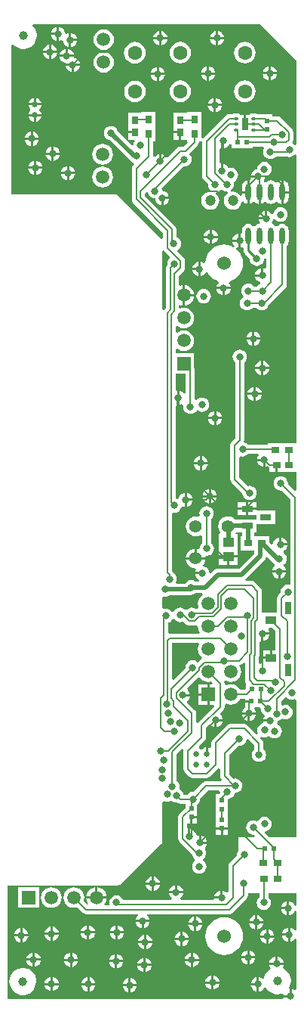
<source format=gbl>
%FSLAX25Y25*%
%MOIN*%
G70*
G01*
G75*
G04 Layer_Physical_Order=4*
G04 Layer_Color=16711680*
%ADD10O,0.01378X0.05512*%
%ADD11R,0.02362X0.04528*%
%ADD12R,0.03937X0.07874*%
%ADD13R,0.01772X0.02362*%
%ADD14R,0.08268X0.05906*%
%ADD15R,0.17716X0.17716*%
%ADD16O,0.02559X0.00984*%
%ADD17O,0.00984X0.02559*%
%ADD18R,0.05315X0.03740*%
%ADD19R,0.01575X0.01575*%
%ADD20R,0.11811X0.00039*%
%ADD21R,0.05512X0.08268*%
%ADD22O,0.02362X0.00984*%
%ADD23R,0.06693X0.03150*%
%ADD24R,0.00984X0.01969*%
%ADD25R,0.03937X0.03543*%
%ADD26R,0.03937X0.01378*%
%ADD27R,0.03150X0.06496*%
%ADD28R,0.03150X0.03543*%
%ADD29R,0.02362X0.01969*%
%ADD30R,0.01969X0.02362*%
%ADD31R,0.03543X0.03150*%
%ADD32R,0.03937X0.05118*%
%ADD33R,0.05118X0.03937*%
%ADD34C,0.03937*%
%ADD35C,0.00787*%
%ADD36C,0.03937*%
%ADD37C,0.01969*%
%ADD38C,0.01000*%
%ADD39C,0.01181*%
%ADD40C,0.01575*%
%ADD41C,0.02000*%
%ADD42C,0.02362*%
%ADD43R,0.03937X0.02913*%
%ADD44R,0.04724X0.03150*%
%ADD45R,0.18898X0.05079*%
%ADD46R,0.36142X0.03937*%
%ADD47R,1.00709X0.04764*%
%ADD48R,0.08583X0.15590*%
%ADD49R,0.12598X0.04764*%
%ADD50R,0.12598X0.05079*%
%ADD51R,0.01811X0.07992*%
G04:AMPARAMS|DCode=52|XSize=18.11mil|YSize=66.44mil|CornerRadius=0mil|HoleSize=0mil|Usage=FLASHONLY|Rotation=214.500|XOffset=0mil|YOffset=0mil|HoleType=Round|Shape=Rectangle|*
%AMROTATEDRECTD52*
4,1,4,-0.01135,0.03251,0.02628,-0.02225,0.01135,-0.03251,-0.02628,0.02225,-0.01135,0.03251,0.0*
%
%ADD52ROTATEDRECTD52*%

%ADD53R,0.35500X0.02000*%
%ADD54R,0.09055X0.04823*%
%ADD55R,0.12598X0.03150*%
%ADD56C,0.04724*%
%ADD57C,0.05512*%
%ADD58C,0.05906*%
%ADD59R,0.05906X0.05906*%
%ADD60R,0.05906X0.05906*%
%ADD61C,0.06299*%
%ADD62C,0.06000*%
%ADD63C,0.02598*%
%ADD64C,0.03150*%
%ADD65R,0.05000X0.03543*%
%ADD66R,0.03150X0.05709*%
%ADD67R,0.05118X0.02559*%
%ADD68O,0.02362X0.07284*%
%ADD69R,0.02756X0.05315*%
%ADD70O,0.02165X0.01181*%
%ADD71R,0.03543X0.02953*%
%ADD72R,0.02953X0.03543*%
G36*
X380028Y575826D02*
X380350Y575869D01*
X381116Y576186D01*
X381774Y576691D01*
X382279Y577349D01*
X382397Y577634D01*
X383169Y577481D01*
Y575787D01*
X392618D01*
Y576241D01*
X397157D01*
X397594Y575586D01*
X397325Y574936D01*
X397217Y574114D01*
X397325Y573292D01*
X397642Y572526D01*
X398147Y571868D01*
X398805Y571363D01*
X399571Y571046D01*
X400394Y570937D01*
X401216Y571046D01*
X401982Y571363D01*
X402640Y571868D01*
X402824Y572107D01*
X407612D01*
X408036Y571932D01*
X408858Y571823D01*
X409681Y571932D01*
X410447Y572249D01*
X411105Y572754D01*
X411262Y572959D01*
X412008Y572706D01*
Y445768D01*
X399311D01*
Y445019D01*
X390620D01*
X390437Y445258D01*
X389778Y445763D01*
X389012Y446080D01*
X388764Y446279D01*
X388764Y446279D01*
X388916Y447047D01*
Y481330D01*
X389156Y481514D01*
X389661Y482171D01*
X389978Y482938D01*
X390086Y483760D01*
X389978Y484582D01*
X389661Y485348D01*
X389156Y486006D01*
X388498Y486511D01*
X387732Y486828D01*
X386910Y486937D01*
X386087Y486828D01*
X385321Y486511D01*
X384663Y486006D01*
X384158Y485348D01*
X383841Y484582D01*
X383733Y483760D01*
X383841Y482938D01*
X384158Y482171D01*
X384663Y481514D01*
X384902Y481330D01*
Y447879D01*
X383306Y446282D01*
X382871Y445631D01*
X382718Y444863D01*
Y429744D01*
X382718Y429744D01*
X382718D01*
X382871Y428975D01*
X383306Y428324D01*
X388102Y423528D01*
X388172Y422997D01*
X388489Y422230D01*
X388994Y421573D01*
X389652Y421068D01*
X390418Y420750D01*
X391240Y420642D01*
X392062Y420750D01*
X392828Y421068D01*
X393486Y421573D01*
X393991Y422230D01*
X394309Y422997D01*
X394417Y423819D01*
X394309Y424641D01*
X393991Y425407D01*
X393486Y426065D01*
X392828Y426570D01*
X392062Y426887D01*
X391240Y426996D01*
X390419Y426888D01*
X386732Y430575D01*
Y439518D01*
X387368Y439943D01*
X388190Y439835D01*
X389012Y439943D01*
X389778Y440261D01*
X390437Y440765D01*
X390620Y441005D01*
X394887D01*
X395235Y440299D01*
X394986Y439974D01*
X394669Y439208D01*
X394626Y438886D01*
X397737D01*
Y438386D01*
X398237D01*
Y435275D01*
X398560Y435317D01*
X399247Y435602D01*
X399902Y435164D01*
Y432972D01*
X402748D01*
Y436024D01*
X403748D01*
Y432972D01*
X411909D01*
D01*
X411909D01*
X412008Y432874D01*
Y424930D01*
X411280Y424629D01*
X408158Y427751D01*
X408198Y428051D01*
X408089Y428873D01*
X407772Y429640D01*
X407267Y430298D01*
X406609Y430802D01*
X405843Y431120D01*
X405021Y431228D01*
X404199Y431120D01*
X403433Y430802D01*
X402774Y430298D01*
X402270Y429640D01*
X401952Y428873D01*
X401844Y428051D01*
X401952Y427229D01*
X402270Y426463D01*
X402774Y425805D01*
X403433Y425300D01*
X404199Y424983D01*
X405021Y424874D01*
X405319Y424914D01*
X409410Y420822D01*
Y383827D01*
X408818Y383308D01*
X408171Y383393D01*
X407348Y383285D01*
X406582Y382968D01*
X405924Y382463D01*
X405419Y381805D01*
X405102Y381039D01*
X404994Y380217D01*
X405033Y379918D01*
X403896Y378780D01*
X403461Y378129D01*
X403308Y377361D01*
Y371063D01*
X396713D01*
D01*
X396713D01*
X396692Y371083D01*
Y380512D01*
X396539Y381280D01*
X396104Y381931D01*
X393545Y384490D01*
X392894Y384925D01*
X392126Y385078D01*
X389482D01*
X389229Y385824D01*
X389533Y386057D01*
X397801Y394325D01*
X398214Y394863D01*
X398405Y395324D01*
X399177Y395477D01*
X401707Y392947D01*
X402099Y392646D01*
X402183Y392537D01*
X402349Y392410D01*
Y391622D01*
X402084Y391420D01*
X401580Y390762D01*
X401262Y389995D01*
X401220Y389673D01*
X407442D01*
X407399Y389995D01*
X407082Y390762D01*
X406577Y391420D01*
X406411Y391547D01*
Y392334D01*
X406675Y392537D01*
X407180Y393195D01*
X407498Y393961D01*
X407606Y394783D01*
X407498Y395606D01*
X407180Y396372D01*
X406675Y397030D01*
X406106Y397467D01*
X406160Y397879D01*
X406334Y398300D01*
X406411Y398331D01*
X407069Y398836D01*
X407574Y399494D01*
X407891Y400260D01*
X407934Y400583D01*
X404823D01*
Y401083D01*
X404323D01*
Y404194D01*
X404001Y404151D01*
X403234Y403834D01*
X402576Y403329D01*
X402072Y402671D01*
X401754Y401905D01*
X401677Y401321D01*
X400932Y401068D01*
X400000Y402000D01*
Y404823D01*
X393132D01*
Y406496D01*
X394291D01*
Y410236D01*
D01*
X394291D01*
X394848Y410236D01*
X394848Y410236D01*
Y410236D01*
X402559D01*
Y415945D01*
X394848D01*
Y415945D01*
X394848Y415945D01*
X394291Y415945D01*
X394291Y415945D01*
Y416331D01*
X390657D01*
Y413976D01*
X393735D01*
Y413976D01*
X393735Y413976D01*
X394291Y413976D01*
X394291Y413976D01*
Y412205D01*
X394291Y412205D01*
X393735Y412205D01*
X393735Y412205D01*
Y412205D01*
X386024D01*
Y411932D01*
X385036D01*
X384774Y412274D01*
X383869Y412968D01*
X382816Y413404D01*
X381685Y413553D01*
X380555Y413404D01*
X379501Y412968D01*
X378596Y412274D01*
X377902Y411369D01*
X377466Y410316D01*
X377317Y409185D01*
X377466Y408054D01*
X377902Y407001D01*
X378428Y406316D01*
X378079Y405610D01*
X377756D01*
Y398524D01*
Y396268D01*
X386024D01*
Y398524D01*
Y405610D01*
X385291D01*
X385071Y406055D01*
X385591Y406647D01*
X386024Y406500D01*
Y406496D01*
X387970D01*
Y404823D01*
X387205D01*
Y398524D01*
X393368D01*
Y397237D01*
X386621Y390491D01*
X377264D01*
X376592Y390402D01*
X375965Y390143D01*
X375427Y389730D01*
X374167Y388469D01*
X373421Y388722D01*
X373344Y389306D01*
X373027Y390073D01*
X372522Y390731D01*
X371864Y391235D01*
X371098Y391553D01*
X371098Y391553D01*
X371098Y391553D01*
X370502Y391825D01*
X370502Y391825D01*
X371196Y392729D01*
X371633Y393783D01*
X371716Y394413D01*
X363111D01*
X363194Y393783D01*
X363631Y392729D01*
X364325Y391825D01*
X365229Y391130D01*
X366283Y390694D01*
X366804Y390626D01*
X367234Y390296D01*
X367457Y389910D01*
X367207Y389306D01*
X367165Y388984D01*
X370276D01*
Y387984D01*
X367165D01*
X367207Y387662D01*
X367524Y386896D01*
X368029Y386238D01*
X368687Y385733D01*
X369119Y385554D01*
X368965Y384782D01*
X367242D01*
X367041Y384936D01*
X366275Y385254D01*
X365453Y385362D01*
X364631Y385254D01*
X363864Y384936D01*
X363206Y384431D01*
X362796Y383896D01*
X359224D01*
X358786Y384551D01*
X358974Y385005D01*
X359082Y385827D01*
X358974Y386649D01*
X358657Y387415D01*
X358152Y388073D01*
X357804Y388340D01*
X357760Y388563D01*
X357325Y389214D01*
X357027Y389512D01*
Y414656D01*
X357619Y415175D01*
X357962Y415130D01*
X358784Y415239D01*
X359550Y415556D01*
X360208Y416061D01*
X360713Y416719D01*
X361030Y417485D01*
X361032Y417495D01*
X361714Y417889D01*
X362171Y417699D01*
X362493Y417657D01*
Y420768D01*
Y423879D01*
X362171Y423836D01*
X361405Y423519D01*
X360747Y423014D01*
X360242Y422356D01*
X359925Y421590D01*
X359923Y421580D01*
X359283Y421210D01*
X358602Y421604D01*
Y462125D01*
X359194Y462644D01*
X359244Y462637D01*
Y465748D01*
Y468859D01*
X359194Y468852D01*
X358602Y469372D01*
Y476378D01*
X363053D01*
Y467834D01*
X362308Y467581D01*
X361990Y467994D01*
X361333Y468499D01*
X360566Y468817D01*
X360244Y468859D01*
Y465748D01*
Y462637D01*
X360566Y462679D01*
X361333Y462997D01*
X361936Y462210D01*
X361883Y461811D01*
X361992Y460989D01*
X362309Y460223D01*
X362814Y459565D01*
X363472Y459060D01*
X364238Y458743D01*
X365060Y458634D01*
X365882Y458743D01*
X366649Y459060D01*
X367307Y459565D01*
X367811Y460223D01*
X367811Y460223D01*
Y460223D01*
X368029Y460451D01*
Y460451D01*
X368029Y460451D01*
X368687Y459946D01*
X369453Y459628D01*
X370276Y459520D01*
X371098Y459628D01*
X371864Y459946D01*
X372522Y460451D01*
X373027Y461108D01*
X373344Y461875D01*
X373452Y462697D01*
X373344Y463519D01*
X373027Y464285D01*
X372522Y464943D01*
X371864Y465448D01*
X371098Y465765D01*
X370276Y465874D01*
X369453Y465765D01*
X368687Y465448D01*
X368029Y464943D01*
X367813Y464661D01*
X367067Y464914D01*
Y478050D01*
X366915Y478818D01*
X366732Y479091D01*
Y485433D01*
X358602D01*
Y487073D01*
X359308Y487422D01*
X359921Y486951D01*
X361023Y486494D01*
X362205Y486339D01*
X363387Y486494D01*
X364488Y486951D01*
X365434Y487676D01*
X366160Y488622D01*
X366616Y489724D01*
X366771Y490906D01*
X366616Y492087D01*
X366160Y493189D01*
X365434Y494135D01*
X364488Y494860D01*
X363387Y495317D01*
X362205Y495472D01*
X361023Y495317D01*
X359921Y494860D01*
X359308Y494389D01*
X358602Y494738D01*
Y497073D01*
X359308Y497422D01*
X359921Y496951D01*
X361023Y496494D01*
X362205Y496339D01*
X363387Y496494D01*
X364488Y496951D01*
X365434Y497676D01*
X366160Y498622D01*
X366616Y499724D01*
X366771Y500906D01*
X366616Y502087D01*
X366160Y503189D01*
X365434Y504135D01*
X364488Y504860D01*
X363387Y505316D01*
X362205Y505472D01*
X361023Y505316D01*
X360635Y505156D01*
X360103Y505512D01*
Y506299D01*
X360635Y506655D01*
X361023Y506495D01*
X361705Y506405D01*
Y510906D01*
Y515406D01*
X361023Y515316D01*
X360635Y515156D01*
X359981Y515593D01*
Y519544D01*
X362148Y521711D01*
X362583Y522362D01*
X362735Y523130D01*
Y526083D01*
X362608Y526723D01*
X362583Y526851D01*
X362148Y527502D01*
X359433Y530217D01*
X359484Y531003D01*
X360022Y531415D01*
X360527Y532073D01*
X360844Y532839D01*
X360952Y533661D01*
X360844Y534484D01*
X360527Y535250D01*
X360022Y535908D01*
X359364Y536413D01*
X358897Y536606D01*
Y540059D01*
X358744Y540827D01*
X358309Y541478D01*
X344920Y554867D01*
Y555862D01*
X345570Y556511D01*
X346316Y556258D01*
X346341Y556068D01*
X346658Y555301D01*
X347163Y554643D01*
X347821Y554139D01*
X348587Y553821D01*
X349410Y553713D01*
X349483Y553723D01*
X349589Y552918D01*
X349906Y552152D01*
X350411Y551494D01*
X351069Y550989D01*
X351835Y550672D01*
X352157Y550629D01*
Y553740D01*
X352658D01*
Y554240D01*
X355768D01*
X355726Y554562D01*
X355409Y555329D01*
X354904Y555986D01*
X354246Y556491D01*
X353480Y556809D01*
X352658Y556917D01*
X352584Y556907D01*
X352478Y557712D01*
X352363Y557988D01*
X362105Y567730D01*
X362404Y567691D01*
X363226Y567799D01*
X363992Y568116D01*
X364650Y568621D01*
X365155Y569279D01*
X365472Y570045D01*
X365581Y570867D01*
X365472Y571690D01*
X365155Y572456D01*
X364650Y573114D01*
X364631Y573407D01*
X368250Y577026D01*
X368685Y577677D01*
X368838Y578445D01*
Y578874D01*
X369980D01*
X369980Y578874D01*
Y578874D01*
X370237Y578839D01*
Y563409D01*
X370237Y563409D01*
X370237D01*
X370390Y562641D01*
X370825Y561990D01*
X372941Y559873D01*
X372902Y559575D01*
X373010Y558752D01*
X373328Y557986D01*
X373833Y557328D01*
X373232Y556546D01*
X372831Y556493D01*
X371873Y556097D01*
X371050Y555465D01*
X370419Y554643D01*
X370023Y553685D01*
X369887Y552658D01*
X370023Y551630D01*
X370419Y550672D01*
X371050Y549850D01*
X371873Y549219D01*
X372831Y548822D01*
X373858Y548687D01*
X374886Y548822D01*
X375844Y549219D01*
X376666Y549850D01*
X377297Y550672D01*
X377694Y551630D01*
X377829Y552658D01*
X377694Y553685D01*
X377297Y554643D01*
X376666Y555465D01*
X376359Y555701D01*
X376563Y556461D01*
X376901Y556506D01*
X377667Y556823D01*
X378325Y557328D01*
X378349Y557359D01*
X379130Y557462D01*
X379612Y557091D01*
X380379Y556774D01*
X381201Y556666D01*
X381399Y556692D01*
X381701Y555964D01*
X381050Y555465D01*
X380419Y554643D01*
X380023Y553685D01*
X379887Y552658D01*
X380023Y551630D01*
X380419Y550672D01*
X381050Y549850D01*
X381873Y549219D01*
X382831Y548822D01*
X383858Y548687D01*
X384886Y548822D01*
X385844Y549219D01*
X386666Y549850D01*
X387297Y550672D01*
X387694Y551630D01*
X387755Y552090D01*
X388515Y552294D01*
X388763Y551971D01*
X389338Y551530D01*
X390009Y551252D01*
X390228Y551223D01*
Y555898D01*
X387949D01*
Y555019D01*
X387203Y554766D01*
X386666Y555465D01*
X385844Y556097D01*
X384886Y556493D01*
X383858Y556629D01*
X383348Y556561D01*
X383046Y557289D01*
X383447Y557596D01*
X383952Y558254D01*
X384269Y559020D01*
X384378Y559842D01*
X384269Y560665D01*
X384489Y561196D01*
X384561Y561225D01*
X385219Y561730D01*
X385724Y562388D01*
X386041Y563154D01*
X386149Y563976D01*
X386041Y564799D01*
X385724Y565565D01*
X385219Y566223D01*
X384561Y566727D01*
X383795Y567045D01*
X382972Y567153D01*
X382150Y567045D01*
X381857Y567166D01*
X381787Y567336D01*
X381282Y567994D01*
X380624Y568499D01*
X379858Y568817D01*
X379535Y568859D01*
Y565748D01*
X378535D01*
Y568907D01*
X377991Y569384D01*
Y575456D01*
X378646Y575893D01*
X378705Y575869D01*
X379028Y575826D01*
Y578937D01*
X380028D01*
Y575826D01*
D02*
G37*
G36*
X412008Y614468D02*
Y577294D01*
X411262Y577041D01*
X411105Y577246D01*
X410447Y577751D01*
X410444Y577752D01*
X410216Y578506D01*
X410320Y578662D01*
X410473Y579430D01*
Y582836D01*
X410320Y583604D01*
X409885Y584255D01*
X404827Y589313D01*
X404176Y589748D01*
X403408Y589901D01*
X401378D01*
Y590650D01*
X398726D01*
X398603Y590732D01*
X397835Y590885D01*
X394398D01*
X394349Y590918D01*
X393504Y591086D01*
X392520D01*
X391675Y590918D01*
X391126Y590551D01*
X389673D01*
Y586319D01*
X388673D01*
Y590551D01*
X387220D01*
X386672Y590918D01*
X385827Y591086D01*
X384842D01*
X383998Y590918D01*
X383949Y590885D01*
X382283D01*
X381643Y590758D01*
X381515Y590732D01*
X380864Y590297D01*
X370825Y580258D01*
X370734Y580122D01*
X369980Y580350D01*
Y584976D01*
Y591669D01*
X363681D01*
Y591539D01*
X363614D01*
Y591539D01*
X357512D01*
Y584846D01*
Y583378D01*
X360563D01*
Y582878D01*
X361063D01*
Y579531D01*
X363614D01*
D01*
X363614D01*
X363681Y579465D01*
X363681Y578874D01*
D01*
D01*
X363681D01*
X363898Y578350D01*
X362062Y576515D01*
X360728D01*
X360088Y576388D01*
X359960Y576362D01*
X359309Y575927D01*
X355131Y571749D01*
X354345Y571800D01*
X354018Y572227D01*
X353360Y572731D01*
X352594Y573049D01*
X352272Y573091D01*
Y569980D01*
X351272D01*
Y573091D01*
X350949Y573049D01*
X350183Y572731D01*
X349525Y572227D01*
X349308Y571943D01*
X348562Y572196D01*
Y578839D01*
X349705D01*
Y584941D01*
Y591634D01*
X343406D01*
Y591535D01*
X337598D01*
Y584842D01*
Y583374D01*
X340650D01*
Y582374D01*
X337598D01*
Y579528D01*
X340138D01*
X340487Y578821D01*
X340359Y578655D01*
X340042Y577889D01*
X339939Y577111D01*
X339730Y577040D01*
X339095Y576957D01*
X333125Y582927D01*
X333088Y583204D01*
X332771Y583970D01*
X332266Y584628D01*
X331608Y585133D01*
X330842Y585450D01*
X330020Y585559D01*
X329198Y585450D01*
X328431Y585133D01*
X327773Y584628D01*
X327269Y583970D01*
X326951Y583204D01*
X326843Y582382D01*
X326951Y581560D01*
X327269Y580794D01*
X327773Y580136D01*
X328431Y579631D01*
X329198Y579313D01*
X329474Y579277D01*
X338332Y570419D01*
X338867Y570009D01*
X338898Y569996D01*
X339553Y569493D01*
X340036Y569293D01*
X340190Y568521D01*
X339722Y568053D01*
X339287Y567402D01*
X339135Y566634D01*
Y553248D01*
X339135Y553248D01*
X339135D01*
X339287Y552480D01*
X339722Y551829D01*
X353013Y538539D01*
Y536084D01*
X352884Y535955D01*
X352285Y535707D01*
X332480Y555512D01*
X286024D01*
Y621070D01*
X286718Y621441D01*
X288142Y620492D01*
X290142Y619492D01*
X291642D01*
X294642Y620492D01*
X296142Y621992D01*
X297142Y624992D01*
Y625992D01*
X296642Y627992D01*
X295642Y629492D01*
X295278Y629765D01*
X295527Y630512D01*
X395965D01*
X412008Y614468D01*
D02*
G37*
G36*
X369003Y357181D02*
X368589Y356182D01*
X368433Y355000D01*
X368589Y353818D01*
X369045Y352717D01*
X369771Y351771D01*
X370128Y351497D01*
X370103Y350710D01*
X369868Y350553D01*
X368405Y349089D01*
X368290Y349097D01*
X367632Y349602D01*
X366865Y349919D01*
X366043Y350027D01*
X365221Y349919D01*
X364455Y349602D01*
X363797Y349097D01*
X363292Y348439D01*
X362975Y347673D01*
X362866Y346850D01*
X362906Y346551D01*
X357656Y341301D01*
X356928Y341603D01*
Y357835D01*
X368565D01*
X369003Y357181D01*
D02*
G37*
G36*
X389233Y348653D02*
Y341240D01*
X389386Y340472D01*
X389613Y340132D01*
X389469Y339862D01*
X389469D01*
X389469Y339862D01*
Y337386D01*
X389090Y337007D01*
X387069D01*
X386955Y337283D01*
X386229Y338229D01*
X385283Y338955D01*
X384182Y339411D01*
X383000Y339567D01*
X381818Y339411D01*
X380811Y338994D01*
X380157Y339432D01*
Y339850D01*
X380004Y340618D01*
X380682Y341072D01*
X380717Y341045D01*
X381818Y340589D01*
X383000Y340433D01*
X384182Y340589D01*
X385283Y341045D01*
X386229Y341771D01*
X386955Y342717D01*
X387411Y343818D01*
X387567Y345000D01*
X387411Y346182D01*
X386955Y347283D01*
X386955D01*
X386955Y347283D01*
X386614Y347895D01*
X386614Y347895D01*
X387382Y348047D01*
X388033Y348482D01*
X388033Y348482D01*
X388033Y348482D01*
X388506Y348955D01*
X389233Y348653D01*
D02*
G37*
G36*
X389173Y332488D02*
X391929D01*
Y331488D01*
X389173D01*
Y329429D01*
X389173D01*
X389173Y329195D01*
X388700Y328831D01*
X388195Y328173D01*
X387877Y327407D01*
X387835Y327085D01*
X394057D01*
X394015Y327407D01*
X393697Y328173D01*
X393275Y328723D01*
X393574Y329329D01*
X393651Y329429D01*
X395587D01*
X396249Y328767D01*
X396233Y328642D01*
X396341Y327819D01*
X396658Y327053D01*
X397163Y326395D01*
X397821Y325891D01*
D01*
X397821Y325891D01*
X397821D01*
X397912Y325374D01*
X397644Y325024D01*
X397326Y324257D01*
X397284Y323935D01*
X400395D01*
Y322935D01*
X397284D01*
X397326Y322613D01*
X397012Y322360D01*
X396246Y322042D01*
X395588Y321538D01*
X395083Y320880D01*
X394766Y320113D01*
X394658Y319291D01*
X394766Y318469D01*
X395082Y317707D01*
X394427Y317270D01*
X390297Y321399D01*
X389646Y321835D01*
X388878Y321987D01*
X382776D01*
X382008Y321835D01*
X381356Y321399D01*
X374959Y315002D01*
X374524Y314351D01*
X374371Y313583D01*
Y311783D01*
X373716Y311345D01*
X373113Y311595D01*
X372862Y311628D01*
Y308795D01*
X371862D01*
Y311628D01*
X371612Y311595D01*
X370913Y311306D01*
X370312Y310845D01*
X369688D01*
X369087Y311306D01*
X369030Y311329D01*
X368877Y312102D01*
X371399Y314624D01*
X371835Y315275D01*
X371987Y316043D01*
Y320527D01*
X373134Y321673D01*
X373920Y321622D01*
X374033Y321474D01*
X374691Y320969D01*
X375457Y320652D01*
X375780Y320609D01*
Y323721D01*
X376279D01*
Y324220D01*
X379391D01*
X379348Y324543D01*
X379031Y325309D01*
X378526Y325967D01*
X378378Y326080D01*
X378327Y326866D01*
X379569Y328108D01*
X380004Y328760D01*
X380029Y328887D01*
X380157Y329528D01*
Y330569D01*
X380811Y331006D01*
X381818Y330589D01*
X383000Y330433D01*
X384182Y330589D01*
X385283Y331045D01*
X386229Y331771D01*
X386955Y332717D01*
X387069Y332993D01*
X389173D01*
Y332488D01*
D02*
G37*
G36*
X362099Y310693D02*
X361969Y310039D01*
Y302165D01*
X361969Y302165D01*
X361969D01*
X362122Y301397D01*
X362557Y300746D01*
X364526Y298778D01*
X365177Y298343D01*
X365945Y298190D01*
X372342D01*
X373111Y298343D01*
X373762Y298778D01*
X373762Y298778D01*
X373762Y298778D01*
X377482Y302498D01*
X378209Y302197D01*
Y299016D01*
X378209Y299016D01*
X378209D01*
X378362Y298248D01*
X378797Y297597D01*
X378862Y297532D01*
X378560Y296805D01*
X372061D01*
X371293Y296652D01*
X370642Y296217D01*
X366441Y292015D01*
X366142Y292055D01*
X365319Y291947D01*
X364553Y291629D01*
X363895Y291124D01*
X363712Y290885D01*
X361991D01*
X361927Y291373D01*
X361609Y292140D01*
X361105Y292797D01*
X360447Y293302D01*
X360114Y293440D01*
X360173Y293582D01*
X360281Y294404D01*
X360173Y295226D01*
X359855Y295992D01*
X359350Y296651D01*
X359111Y296834D01*
Y308770D01*
X361405Y311064D01*
X362099Y310693D01*
D02*
G37*
G36*
X353601Y530372D02*
X356037Y527936D01*
X355985Y527150D01*
X355726Y526951D01*
X355221Y526293D01*
X354904Y525527D01*
X354796Y524705D01*
X354843Y524346D01*
X354544Y523899D01*
X354392Y523131D01*
Y505422D01*
X353601Y504631D01*
X353423Y504364D01*
X352669Y504592D01*
X352576Y530548D01*
X353329Y530778D01*
X353601Y530372D01*
D02*
G37*
G36*
X407581Y333728D02*
X407695Y333580D01*
X408353Y333076D01*
X409119Y332758D01*
X409941Y332650D01*
X410763Y332758D01*
X411353Y333003D01*
X412008Y332565D01*
Y272047D01*
X400082D01*
X398039Y274091D01*
X398292Y274836D01*
X398657Y274884D01*
X399423Y275202D01*
X400081Y275706D01*
X400586Y276364D01*
X400903Y277131D01*
X401011Y277953D01*
X400903Y278775D01*
X400586Y279541D01*
X400081Y280199D01*
X399423Y280704D01*
X398657Y281021D01*
X397835Y281130D01*
X397012Y281021D01*
X396246Y280704D01*
X395588Y280199D01*
X395083Y279541D01*
X395066Y279498D01*
X394338Y279197D01*
X393736Y279447D01*
X392913Y279555D01*
X392091Y279447D01*
X391325Y279129D01*
X390667Y278624D01*
X390162Y277966D01*
X389845Y277200D01*
X389737Y276378D01*
X389845Y275556D01*
X390162Y274790D01*
X390667Y274132D01*
X391325Y273627D01*
X392091Y273309D01*
X392913Y273201D01*
X393128Y273230D01*
X393608Y272605D01*
X393377Y272047D01*
X386319D01*
Y266307D01*
X386127Y266057D01*
X385809Y265291D01*
X385701Y264469D01*
X385740Y264170D01*
X382439Y260868D01*
X382004Y260217D01*
X381851Y259449D01*
Y247945D01*
X381106Y247692D01*
X381085Y247719D01*
X380427Y248224D01*
X379661Y248541D01*
X379339Y248583D01*
Y245472D01*
X378839D01*
Y244972D01*
X375580D01*
X375189Y244527D01*
X360847D01*
X360594Y245272D01*
X361006Y245588D01*
X361511Y246246D01*
X361828Y247012D01*
X361871Y247335D01*
X355649D01*
X355691Y247012D01*
X356009Y246246D01*
X356514Y245588D01*
X356925Y245272D01*
X356672Y244527D01*
X335286D01*
X335133Y244896D01*
X334628Y245553D01*
X333970Y246058D01*
X333204Y246376D01*
X332382Y246484D01*
X331560Y246376D01*
X330793Y246058D01*
X330136Y245553D01*
X329631Y244896D01*
X329313Y244129D01*
X329205Y243307D01*
X329306Y242541D01*
X328976Y242165D01*
X327336D01*
X327115Y242613D01*
X327557Y243189D01*
X328013Y244290D01*
X328103Y244972D01*
X319102D01*
X319191Y244290D01*
X319648Y243189D01*
X320090Y242613D01*
X320019Y242469D01*
X319525Y242388D01*
X317899Y244014D01*
X318013Y244290D01*
X318169Y245472D01*
X318013Y246654D01*
X317557Y247756D01*
X316831Y248702D01*
X315886Y249427D01*
X314784Y249884D01*
X313602Y250039D01*
X312420Y249884D01*
X311319Y249427D01*
X310373Y248702D01*
X309648Y247756D01*
X309191Y246654D01*
X309036Y245472D01*
X309191Y244290D01*
X309648Y243189D01*
X310373Y242243D01*
X311319Y241518D01*
X312420Y241061D01*
X313602Y240906D01*
X314784Y241061D01*
X315060Y241176D01*
X317498Y238738D01*
X318149Y238303D01*
X318917Y238150D01*
X341971D01*
X342131Y237677D01*
X341750Y237384D01*
X341245Y236726D01*
X340928Y235960D01*
X340885Y235638D01*
X347107D01*
X347065Y235960D01*
X346747Y236726D01*
X346242Y237384D01*
X345861Y237677D01*
X346022Y238150D01*
X382382D01*
X383150Y238303D01*
X383801Y238738D01*
X390002Y244939D01*
X390437Y245590D01*
X390590Y246358D01*
Y247441D01*
X395532D01*
Y245737D01*
X395293Y245553D01*
X394788Y244896D01*
X394471Y244129D01*
X394363Y243307D01*
X394471Y242485D01*
X394788Y241719D01*
X395293Y241061D01*
X395951Y240556D01*
X396717Y240239D01*
X397539Y240130D01*
X398362Y240239D01*
X399128Y240556D01*
X399786Y241061D01*
X400290Y241719D01*
X400608Y242485D01*
X400716Y243307D01*
X400608Y244129D01*
X400290Y244896D01*
X399786Y245553D01*
X399546Y245737D01*
Y247441D01*
X412008D01*
Y241967D01*
X411236Y241813D01*
X411019Y242336D01*
X410514Y242994D01*
X409856Y243499D01*
X409090Y243817D01*
X408768Y243859D01*
Y240748D01*
Y237637D01*
X409090Y237680D01*
X409856Y237997D01*
X410514Y238502D01*
X411019Y239160D01*
X411236Y239683D01*
X412008Y239529D01*
Y231171D01*
X411262Y230918D01*
X410908Y231380D01*
X410250Y231885D01*
X409484Y232202D01*
X409161Y232245D01*
Y229134D01*
Y226023D01*
X409484Y226065D01*
X410250Y226383D01*
X410908Y226887D01*
X411262Y227349D01*
X412008Y227097D01*
Y204963D01*
X411302Y204615D01*
X411037Y204818D01*
X410271Y205135D01*
X409949Y205178D01*
Y202067D01*
X409449D01*
Y201567D01*
X406338D01*
X406350Y201478D01*
X405830Y200886D01*
X355512D01*
X355512Y200886D01*
X352559D01*
Y201239D01*
X352205Y200886D01*
X284154Y200886D01*
D01*
Y250694D01*
X332500D01*
X333191Y250831D01*
X333420Y250984D01*
X334154D01*
X352097Y268928D01*
X352559Y268737D01*
Y287305D01*
X353252Y288208D01*
X354018Y287891D01*
X354840Y287782D01*
X355662Y287891D01*
X356429Y288208D01*
X356563Y288311D01*
X356612Y288305D01*
X357270Y287800D01*
X358036Y287483D01*
X358858Y287374D01*
X359176Y287416D01*
X359763Y287024D01*
X359891Y286998D01*
X360531Y286871D01*
X362941D01*
Y285080D01*
X360293Y282432D01*
X359858Y281781D01*
X359705Y281013D01*
Y271398D01*
X359705Y271398D01*
X359705D01*
X359858Y270630D01*
X360293Y269979D01*
X365801Y264471D01*
X365830Y264247D01*
X366148Y263481D01*
X366652Y262823D01*
X367118Y262466D01*
Y261854D01*
X367011Y261596D01*
X366730Y261380D01*
X366225Y260722D01*
X365908Y259956D01*
X365800Y259134D01*
X365908Y258312D01*
X366225Y257545D01*
X366730Y256888D01*
X367388Y256383D01*
X368154Y256065D01*
X368976Y255957D01*
X369799Y256065D01*
X370565Y256383D01*
X371223Y256888D01*
X371728Y257545D01*
X372045Y258312D01*
X372153Y259134D01*
X372045Y259956D01*
X371728Y260722D01*
X371223Y261380D01*
X370757Y261738D01*
Y262349D01*
X370864Y262607D01*
X371145Y262823D01*
X371650Y263481D01*
X371967Y264247D01*
X372076Y265069D01*
X371967Y265891D01*
X371650Y266658D01*
X371467Y266896D01*
X371539Y267439D01*
X372044Y268097D01*
X372361Y268863D01*
X372404Y269185D01*
X369292D01*
Y269685D01*
X368793D01*
Y272796D01*
X368470Y272754D01*
X368259Y272666D01*
X367577Y273060D01*
X367537Y273362D01*
X367220Y274128D01*
X366715Y274786D01*
X366057Y275290D01*
X365291Y275608D01*
X364968Y275650D01*
Y272539D01*
X363968D01*
Y275996D01*
X363720Y276215D01*
Y278209D01*
X365000D01*
Y280965D01*
X365500D01*
Y281465D01*
X368059D01*
Y282146D01*
Y286379D01*
X368388Y286632D01*
X368893Y287290D01*
X369210Y288056D01*
X369319Y288878D01*
X369279Y289177D01*
X372893Y292791D01*
X377741D01*
X378260Y292199D01*
X378239Y292042D01*
X378278Y291750D01*
X377759Y291158D01*
X376441D01*
Y285646D01*
Y282658D01*
X376441D01*
Y277146D01*
Y276465D01*
X381559D01*
Y277146D01*
Y281709D01*
X381559D01*
Y285646D01*
Y288884D01*
X382239Y288973D01*
X383005Y289291D01*
X383663Y289795D01*
X384167Y290453D01*
X384485Y291220D01*
X384501Y291345D01*
X384842Y291607D01*
X385665Y291715D01*
X386431Y292032D01*
X387089Y292537D01*
X387594Y293195D01*
X387911Y293961D01*
X388019Y294783D01*
X387911Y295606D01*
X387594Y296372D01*
X387089Y297030D01*
X386431Y297535D01*
X385665Y297852D01*
X384842Y297960D01*
X384196Y297875D01*
X382224Y299847D01*
Y308223D01*
X386415Y312414D01*
X386714Y312374D01*
X387536Y312483D01*
X388302Y312800D01*
X388960Y313305D01*
X389465Y313963D01*
X389782Y314729D01*
X389842Y315179D01*
X390587Y315433D01*
X393367Y312653D01*
Y310894D01*
X393128Y310711D01*
X392623Y310053D01*
X392305Y309287D01*
X392197Y308465D01*
X392305Y307642D01*
X392623Y306876D01*
X393128Y306218D01*
X393786Y305713D01*
X394552Y305396D01*
X395374Y305288D01*
X396196Y305396D01*
X396962Y305713D01*
X397620Y306218D01*
X398125Y306876D01*
X398443Y307642D01*
X398551Y308465D01*
X398443Y309287D01*
X398125Y310053D01*
X397620Y310711D01*
X397381Y310894D01*
Y313484D01*
X397228Y314252D01*
X396793Y314903D01*
X395813Y315884D01*
X396250Y316539D01*
X397012Y316223D01*
X397835Y316115D01*
X398657Y316223D01*
X399423Y316540D01*
X399865Y316880D01*
X400116Y316553D01*
X400774Y316048D01*
X401540Y315731D01*
X402362Y315622D01*
X403184Y315731D01*
X403951Y316048D01*
X404608Y316553D01*
X405113Y317211D01*
X405431Y317977D01*
X405539Y318799D01*
X405431Y319621D01*
X405113Y320388D01*
X404608Y321045D01*
X403951Y321550D01*
X403673Y321665D01*
X403372Y322393D01*
X403463Y322613D01*
X403561Y323354D01*
X403972Y323408D01*
X404738Y323725D01*
X405396Y324230D01*
X405500Y324365D01*
X405652Y324467D01*
X405655Y324472D01*
X406284Y324211D01*
X407106Y324103D01*
X407929Y324211D01*
X408695Y324529D01*
X409353Y325033D01*
X409858Y325691D01*
X410175Y326458D01*
X410283Y327280D01*
X410175Y328102D01*
X409858Y328868D01*
X409353Y329526D01*
X408695Y330031D01*
X407929Y330348D01*
X407106Y330456D01*
X406284Y330348D01*
X405811Y330152D01*
X405157Y330590D01*
Y332141D01*
X406795Y333780D01*
X407581Y333728D01*
D02*
G37*
G36*
X369235Y342469D02*
X369771Y341771D01*
X370717Y341045D01*
X371818Y340589D01*
X373000Y340433D01*
X374182Y340589D01*
X374273Y340627D01*
X374830Y340070D01*
X374605Y339528D01*
X373500D01*
Y335000D01*
Y330472D01*
X375227D01*
X375529Y329745D01*
X368561Y322778D01*
X368410Y322552D01*
X367657Y322780D01*
Y326811D01*
X367529Y327452D01*
X367504Y327579D01*
X367069Y328231D01*
X363782Y331517D01*
X363833Y332303D01*
X363959Y332399D01*
X364464Y333057D01*
X364781Y333823D01*
X364824Y334146D01*
X361713D01*
Y335146D01*
X364824D01*
X364781Y335468D01*
X364464Y336234D01*
X363959Y336892D01*
X363789Y337023D01*
X363737Y337808D01*
X368449Y342521D01*
X369235Y342469D01*
D02*
G37*
G36*
X358230Y367832D02*
X358888Y367328D01*
X359654Y367010D01*
X360476Y366902D01*
X361299Y367010D01*
X361852Y367239D01*
X363187Y365904D01*
X363838Y365469D01*
X364606Y365316D01*
X366890D01*
X367658Y365469D01*
X367783Y365552D01*
X368451Y365136D01*
X368433Y365000D01*
X368589Y363818D01*
X369045Y362717D01*
X369169Y362556D01*
X368820Y361850D01*
X356005D01*
X356005Y361849D01*
X356004Y361850D01*
X355962Y361841D01*
X355353Y362341D01*
Y366641D01*
X355822Y366835D01*
X356480Y367340D01*
X356985Y367998D01*
X357075Y368217D01*
X357856Y368320D01*
X358230Y367832D01*
D02*
G37*
G36*
X370570Y378842D02*
X369771Y378229D01*
X369045Y377283D01*
X368589Y376182D01*
X368433Y375000D01*
X368589Y373818D01*
X368709Y373528D01*
X368272Y372873D01*
X367232D01*
X366570Y373147D01*
X365748Y373255D01*
X364926Y373147D01*
X364160Y372830D01*
X363502Y372325D01*
X362723D01*
X362065Y372830D01*
X361299Y373147D01*
X360476Y373255D01*
X359654Y373147D01*
X358888Y372830D01*
X358230Y372325D01*
X357725Y371667D01*
X357634Y371448D01*
X356854Y371345D01*
X356480Y371833D01*
X355822Y372338D01*
X355056Y372655D01*
X354233Y372763D01*
X353411Y372655D01*
X353214Y372573D01*
X352559Y373011D01*
Y377694D01*
X353151Y378213D01*
X353840Y378122D01*
X354662Y378231D01*
X355428Y378548D01*
X355629Y378702D01*
X364567D01*
X365239Y378791D01*
X365865Y379050D01*
X365885Y379065D01*
X366275Y379117D01*
X367041Y379434D01*
X367242Y379588D01*
X370317D01*
X370570Y378842D01*
D02*
G37*
G36*
X402717Y362948D02*
Y354528D01*
X401287D01*
Y351181D01*
X400787D01*
Y350681D01*
X396713D01*
Y348920D01*
X396018Y348549D01*
X395413Y348954D01*
Y351602D01*
X395457Y351667D01*
X395609Y352436D01*
Y358213D01*
X396201Y358733D01*
X396449Y358700D01*
Y361811D01*
X396949D01*
Y362311D01*
X400060D01*
X400017Y362633D01*
X399700Y363399D01*
X399497Y363664D01*
X399845Y364370D01*
X401295D01*
X402717Y362948D01*
D02*
G37*
%LPC*%
G36*
X397304Y234146D02*
X394693D01*
Y231535D01*
X395015Y231577D01*
X395781Y231894D01*
X396439Y232399D01*
X396944Y233057D01*
X397261Y233823D01*
X397304Y234146D01*
D02*
G37*
G36*
X347107Y234638D02*
X344496D01*
Y232027D01*
X344818Y232069D01*
X345585Y232387D01*
X346242Y232892D01*
X346747Y233549D01*
X347065Y234316D01*
X347107Y234638D01*
D02*
G37*
G36*
X343496D02*
X340885D01*
X340928Y234316D01*
X341245Y233549D01*
X341750Y232892D01*
X342408Y232387D01*
X343174Y232069D01*
X343496Y232027D01*
Y234638D01*
D02*
G37*
G36*
X370335Y233457D02*
X367724D01*
Y230846D01*
X368047Y230888D01*
X368813Y231206D01*
X369471Y231710D01*
X369976Y232368D01*
X370293Y233135D01*
X370335Y233457D01*
D02*
G37*
G36*
X393693Y234146D02*
X391082D01*
X391124Y233823D01*
X391442Y233057D01*
X391947Y232399D01*
X392604Y231894D01*
X393371Y231577D01*
X393693Y231535D01*
Y234146D01*
D02*
G37*
G36*
X366724Y233457D02*
X364113D01*
X364156Y233135D01*
X364473Y232368D01*
X364978Y231710D01*
X365636Y231206D01*
X366402Y230888D01*
X366724Y230846D01*
Y233457D01*
D02*
G37*
G36*
X335690Y229618D02*
X333079D01*
Y227007D01*
X333401Y227050D01*
X334167Y227367D01*
X334825Y227872D01*
X335330Y228530D01*
X335647Y229296D01*
X335690Y229618D01*
D02*
G37*
G36*
X394693Y237757D02*
Y235146D01*
X397304D01*
X397261Y235468D01*
X396944Y236234D01*
X396439Y236892D01*
X395781Y237397D01*
X395015Y237714D01*
X394693Y237757D01*
D02*
G37*
G36*
X407768Y240248D02*
X405157D01*
X405199Y239926D01*
X405517Y239160D01*
X406021Y238502D01*
X406679Y237997D01*
X407445Y237680D01*
X407768Y237637D01*
Y240248D01*
D02*
G37*
G36*
X366724Y237068D02*
X366402Y237025D01*
X365636Y236708D01*
X364978Y236203D01*
X364473Y235545D01*
X364156Y234779D01*
X364113Y234457D01*
X366724D01*
Y237068D01*
D02*
G37*
G36*
X367724D02*
Y234457D01*
X370335D01*
X370293Y234779D01*
X369976Y235545D01*
X369471Y236203D01*
X368813Y236708D01*
X368047Y237025D01*
X367724Y237068D01*
D02*
G37*
G36*
X393693Y237757D02*
X393371Y237714D01*
X392604Y237397D01*
X391947Y236892D01*
X391442Y236234D01*
X391124Y235468D01*
X391082Y235146D01*
X393693D01*
Y237757D01*
D02*
G37*
G36*
X333079Y233229D02*
Y230618D01*
X335690D01*
X335647Y230940D01*
X335330Y231707D01*
X334825Y232364D01*
X334167Y232869D01*
X333401Y233187D01*
X333079Y233229D01*
D02*
G37*
G36*
X398516Y231457D02*
X398194Y231415D01*
X397427Y231098D01*
X396769Y230593D01*
X396265Y229935D01*
X395947Y229169D01*
X395905Y228847D01*
X398516D01*
Y231457D01*
D02*
G37*
G36*
X408161Y232245D02*
X407839Y232202D01*
X407073Y231885D01*
X406415Y231380D01*
X405910Y230722D01*
X405593Y229956D01*
X405550Y229634D01*
X408161D01*
Y232245D01*
D02*
G37*
G36*
X303240Y232639D02*
X302918Y232596D01*
X302152Y232279D01*
X301494Y231774D01*
X300989Y231116D01*
X300672Y230350D01*
X300629Y230028D01*
X303240D01*
Y232639D01*
D02*
G37*
G36*
X289854Y231949D02*
X289532Y231907D01*
X288766Y231590D01*
X288108Y231085D01*
X287603Y230427D01*
X287286Y229661D01*
X287243Y229339D01*
X289854D01*
Y231949D01*
D02*
G37*
G36*
X399516Y231457D02*
Y228847D01*
X402127D01*
X402084Y229169D01*
X401767Y229935D01*
X401262Y230593D01*
X400604Y231098D01*
X399838Y231415D01*
X399516Y231457D01*
D02*
G37*
G36*
X290854Y231949D02*
Y229339D01*
X293465D01*
X293423Y229661D01*
X293106Y230427D01*
X292601Y231085D01*
X291943Y231590D01*
X291177Y231907D01*
X290854Y231949D01*
D02*
G37*
G36*
X319284Y233229D02*
X318961Y233187D01*
X318195Y232869D01*
X317537Y232364D01*
X317032Y231707D01*
X316715Y230940D01*
X316672Y230618D01*
X319284D01*
Y233229D01*
D02*
G37*
G36*
X320284D02*
Y230618D01*
X322894D01*
X322852Y230940D01*
X322535Y231707D01*
X322030Y232364D01*
X321372Y232869D01*
X320606Y233187D01*
X320284Y233229D01*
D02*
G37*
G36*
X332079D02*
X331756Y233187D01*
X330990Y232869D01*
X330332Y232364D01*
X329828Y231707D01*
X329510Y230940D01*
X329468Y230618D01*
X332079D01*
Y233229D01*
D02*
G37*
G36*
X361720Y230375D02*
Y227764D01*
X364331D01*
X364289Y228086D01*
X363972Y228852D01*
X363467Y229510D01*
X362809Y230015D01*
X362043Y230332D01*
X361720Y230375D01*
D02*
G37*
G36*
X304240Y232639D02*
Y230028D01*
X306851D01*
X306809Y230350D01*
X306491Y231116D01*
X305986Y231774D01*
X305328Y232279D01*
X304562Y232596D01*
X304240Y232639D01*
D02*
G37*
G36*
X360720Y230375D02*
X360398Y230332D01*
X359632Y230015D01*
X358974Y229510D01*
X358469Y228852D01*
X358152Y228086D01*
X358109Y227764D01*
X360720D01*
Y230375D01*
D02*
G37*
G36*
X303602Y250039D02*
X302420Y249884D01*
X301319Y249427D01*
X300373Y248702D01*
X299648Y247756D01*
X299191Y246654D01*
X299036Y245472D01*
X299191Y244290D01*
X299648Y243189D01*
X300373Y242243D01*
X301319Y241518D01*
X302420Y241061D01*
X303602Y240906D01*
X304784Y241061D01*
X305886Y241518D01*
X306831Y242243D01*
X307557Y243189D01*
X308013Y244290D01*
X308169Y245472D01*
X308013Y246654D01*
X307557Y247756D01*
X306831Y248702D01*
X305886Y249427D01*
X304784Y249884D01*
X303602Y250039D01*
D02*
G37*
G36*
X390446Y326085D02*
X387835D01*
X387877Y325763D01*
X388195Y324996D01*
X388700Y324339D01*
X389358Y323834D01*
X390124Y323516D01*
X390446Y323474D01*
Y326085D01*
D02*
G37*
G36*
X394057D02*
X391446D01*
Y323474D01*
X391768Y323516D01*
X392534Y323834D01*
X393192Y324339D01*
X393697Y324996D01*
X394015Y325763D01*
X394057Y326085D01*
D02*
G37*
G36*
X372500Y334500D02*
X368472D01*
Y330472D01*
X372500D01*
Y334500D01*
D02*
G37*
G36*
X381559Y275465D02*
X379500D01*
Y273209D01*
X381559D01*
Y275465D01*
D02*
G37*
G36*
X368059Y280465D02*
X366000D01*
Y278209D01*
X368059D01*
Y280465D01*
D02*
G37*
G36*
X379391Y323220D02*
X376780D01*
Y320609D01*
X377102Y320652D01*
X377868Y320969D01*
X378526Y321474D01*
X379031Y322132D01*
X379348Y322898D01*
X379391Y323220D01*
D02*
G37*
G36*
X372500Y339528D02*
X368472D01*
Y335500D01*
X372500D01*
Y339528D01*
D02*
G37*
G36*
X407442Y388673D02*
X404831D01*
Y386062D01*
X405153Y386105D01*
X405919Y386422D01*
X406577Y386927D01*
X407082Y387585D01*
X407399Y388351D01*
X407442Y388673D01*
D02*
G37*
G36*
X381390Y395268D02*
X377756D01*
Y392224D01*
X381390D01*
Y395268D01*
D02*
G37*
G36*
X386024D02*
X382390D01*
Y392224D01*
X386024D01*
Y395268D01*
D02*
G37*
G36*
X400287Y354528D02*
X396713D01*
Y351681D01*
X400287D01*
Y354528D01*
D02*
G37*
G36*
X400060Y361311D02*
X397449D01*
Y358700D01*
X397771Y358742D01*
X398537Y359060D01*
X399195Y359565D01*
X399700Y360223D01*
X400017Y360989D01*
X400060Y361311D01*
D02*
G37*
G36*
X403831Y388673D02*
X401220D01*
X401262Y388351D01*
X401580Y387585D01*
X402084Y386927D01*
X402742Y386422D01*
X403509Y386105D01*
X403831Y386062D01*
Y388673D01*
D02*
G37*
G36*
X324102Y249973D02*
Y245972D01*
X328103D01*
X328013Y246654D01*
X327557Y247756D01*
X326831Y248702D01*
X325886Y249427D01*
X324784Y249884D01*
X324102Y249973D01*
D02*
G37*
G36*
X378339Y248583D02*
X378016Y248541D01*
X377250Y248224D01*
X376592Y247719D01*
X376087Y247061D01*
X375770Y246295D01*
X375728Y245972D01*
X378339D01*
Y248583D01*
D02*
G37*
G36*
X358260Y250946D02*
X357938Y250903D01*
X357172Y250586D01*
X356514Y250081D01*
X356009Y249423D01*
X355691Y248657D01*
X355649Y248335D01*
X358260D01*
Y250946D01*
D02*
G37*
G36*
X298130Y250000D02*
X289075D01*
Y240945D01*
X298130D01*
Y250000D01*
D02*
G37*
G36*
X407768Y243859D02*
X407445Y243817D01*
X406679Y243499D01*
X406021Y242994D01*
X405517Y242336D01*
X405199Y241570D01*
X405157Y241248D01*
X407768D01*
Y243859D01*
D02*
G37*
G36*
X323102Y249973D02*
X322420Y249884D01*
X321319Y249427D01*
X320373Y248702D01*
X319648Y247756D01*
X319191Y246654D01*
X319102Y245972D01*
X323102D01*
Y249973D01*
D02*
G37*
G36*
X359260Y250946D02*
Y248335D01*
X361871D01*
X361828Y248657D01*
X361511Y249423D01*
X361006Y250081D01*
X360348Y250586D01*
X359582Y250903D01*
X359260Y250946D01*
D02*
G37*
G36*
X348925Y254686D02*
Y252075D01*
X351536D01*
X351494Y252397D01*
X351176Y253163D01*
X350672Y253821D01*
X350014Y254326D01*
X349247Y254643D01*
X348925Y254686D01*
D02*
G37*
G36*
X369793Y272796D02*
Y270185D01*
X372404D01*
X372361Y270507D01*
X372044Y271273D01*
X371539Y271931D01*
X370881Y272436D01*
X370115Y272754D01*
X369793Y272796D01*
D02*
G37*
G36*
X378500Y275465D02*
X376441D01*
Y273209D01*
X378500D01*
Y275465D01*
D02*
G37*
G36*
X347925Y251075D02*
X345314D01*
X345357Y250753D01*
X345674Y249986D01*
X346179Y249328D01*
X346837Y248824D01*
X347603Y248506D01*
X347925Y248464D01*
Y251075D01*
D02*
G37*
G36*
X351536D02*
X348925D01*
Y248464D01*
X349247Y248506D01*
X350014Y248824D01*
X350672Y249328D01*
X351176Y249986D01*
X351494Y250753D01*
X351536Y251075D01*
D02*
G37*
G36*
X347925Y254686D02*
X347603Y254643D01*
X346837Y254326D01*
X346179Y253821D01*
X345674Y253163D01*
X345357Y252397D01*
X345314Y252075D01*
X347925D01*
Y254686D01*
D02*
G37*
G36*
X332079Y229618D02*
X329468D01*
X329510Y229296D01*
X329828Y228530D01*
X330332Y227872D01*
X330990Y227367D01*
X331756Y227050D01*
X332079Y227007D01*
Y229618D01*
D02*
G37*
G36*
X344284Y215248D02*
X341672D01*
X341715Y214926D01*
X342032Y214160D01*
X342537Y213502D01*
X343195Y212997D01*
X343961Y212680D01*
X344284Y212637D01*
Y215248D01*
D02*
G37*
G36*
X347894D02*
X345284D01*
Y212637D01*
X345606Y212680D01*
X346372Y212997D01*
X347030Y213502D01*
X347535Y214160D01*
X347852Y214926D01*
X347894Y215248D01*
D02*
G37*
G36*
X331784Y216921D02*
X329172D01*
X329215Y216599D01*
X329532Y215833D01*
X330037Y215175D01*
X330695Y214670D01*
X331461Y214353D01*
X331784Y214310D01*
Y216921D01*
D02*
G37*
G36*
X406261Y215839D02*
X400039D01*
X400081Y215516D01*
X400398Y214750D01*
X400611Y214473D01*
X400435Y213705D01*
X399543Y213260D01*
X398043Y211260D01*
X397768Y209882D01*
X397031Y209605D01*
X396470Y210035D01*
X395704Y210352D01*
X395382Y210394D01*
Y207283D01*
Y204172D01*
X395704Y204215D01*
X396470Y204532D01*
X397128Y205037D01*
X397633Y205695D01*
X397697Y205850D01*
X398484Y205878D01*
X399043Y204760D01*
X400543Y203760D01*
X402543Y202760D01*
X404043D01*
X405766Y203334D01*
X406373Y202833D01*
X406338Y202567D01*
X408949D01*
Y205558D01*
X408731Y205822D01*
X409543Y208260D01*
Y209260D01*
X409043Y211260D01*
X408043Y212760D01*
X406043Y214260D01*
X405873Y214714D01*
X405901Y214750D01*
X406218Y215516D01*
X406261Y215839D01*
D02*
G37*
G36*
X304240Y210493D02*
Y207882D01*
X306851D01*
X306809Y208204D01*
X306491Y208970D01*
X305986Y209628D01*
X305328Y210133D01*
X304562Y210450D01*
X304240Y210493D01*
D02*
G37*
G36*
X374303Y211182D02*
X373981Y211139D01*
X373215Y210822D01*
X372557Y210317D01*
X372052Y209659D01*
X371735Y208893D01*
X371692Y208571D01*
X374303D01*
Y211182D01*
D02*
G37*
G36*
X375303D02*
Y208571D01*
X377914D01*
X377872Y208893D01*
X377554Y209659D01*
X377049Y210317D01*
X376392Y210822D01*
X375625Y211139D01*
X375303Y211182D01*
D02*
G37*
G36*
X335394Y216921D02*
X332784D01*
Y214310D01*
X333106Y214353D01*
X333872Y214670D01*
X334530Y215175D01*
X335035Y215833D01*
X335352Y216599D01*
X335394Y216921D01*
D02*
G37*
G36*
X295268Y217610D02*
X292657D01*
X292699Y217288D01*
X293017Y216522D01*
X293521Y215864D01*
X294179Y215359D01*
X294946Y215042D01*
X295268Y214999D01*
Y217610D01*
D02*
G37*
G36*
X298879D02*
X296268D01*
Y214999D01*
X296590Y215042D01*
X297356Y215359D01*
X298014Y215864D01*
X298519Y216522D01*
X298836Y217288D01*
X298879Y217610D01*
D02*
G37*
G36*
X390150Y218595D02*
X387539D01*
X387581Y218272D01*
X387898Y217506D01*
X388403Y216848D01*
X389061Y216343D01*
X389827Y216026D01*
X390150Y215984D01*
Y218595D01*
D02*
G37*
G36*
X368859Y217512D02*
X366248D01*
Y214901D01*
X366570Y214943D01*
X367336Y215261D01*
X367994Y215766D01*
X368499Y216423D01*
X368817Y217190D01*
X368859Y217512D01*
D02*
G37*
G36*
X311803D02*
X309192D01*
X309235Y217190D01*
X309552Y216423D01*
X310057Y215766D01*
X310715Y215261D01*
X311481Y214943D01*
X311803Y214901D01*
Y217512D01*
D02*
G37*
G36*
X315414D02*
X312803D01*
Y214901D01*
X313125Y214943D01*
X313892Y215261D01*
X314549Y215766D01*
X315054Y216423D01*
X315372Y217190D01*
X315414Y217512D01*
D02*
G37*
G36*
X365248D02*
X362637D01*
X362680Y217190D01*
X362997Y216423D01*
X363502Y215766D01*
X364160Y215261D01*
X364926Y214943D01*
X365248Y214901D01*
Y217512D01*
D02*
G37*
G36*
X303240Y210493D02*
X302918Y210450D01*
X302152Y210133D01*
X301494Y209628D01*
X300989Y208970D01*
X300672Y208204D01*
X300629Y207882D01*
X303240D01*
Y210493D01*
D02*
G37*
G36*
X323091Y206784D02*
X320480D01*
Y204172D01*
X320802Y204215D01*
X321569Y204532D01*
X322227Y205037D01*
X322731Y205695D01*
X323049Y206461D01*
X323091Y206784D01*
D02*
G37*
G36*
X394382D02*
X391771D01*
X391813Y206461D01*
X392131Y205695D01*
X392636Y205037D01*
X393293Y204532D01*
X394060Y204215D01*
X394382Y204172D01*
Y206784D01*
D02*
G37*
G36*
X303240Y206882D02*
X300629D01*
X300672Y206560D01*
X300989Y205793D01*
X301494Y205136D01*
X302152Y204631D01*
X302918Y204313D01*
X303240Y204271D01*
Y206882D01*
D02*
G37*
G36*
X319480Y206784D02*
X316869D01*
X316912Y206461D01*
X317229Y205695D01*
X317734Y205037D01*
X318392Y204532D01*
X319158Y204215D01*
X319480Y204172D01*
Y206784D01*
D02*
G37*
G36*
X291043Y214563D02*
X289043Y214063D01*
X287043Y213063D01*
X285543Y211063D01*
X285043Y208563D01*
X285543Y206563D01*
X286543Y204563D01*
X288043Y203563D01*
X290043Y202563D01*
X291543D01*
X294543Y203563D01*
X296043Y205063D01*
X297043Y208063D01*
Y209063D01*
X296543Y211063D01*
X295543Y212563D01*
X293543Y214063D01*
X291043Y214563D01*
D02*
G37*
G36*
X337787Y206390D02*
X335176D01*
X335219Y206067D01*
X335536Y205301D01*
X336041Y204643D01*
X336699Y204139D01*
X337465Y203821D01*
X337787Y203779D01*
Y206390D01*
D02*
G37*
G36*
X341398D02*
X338787D01*
Y203779D01*
X339110Y203821D01*
X339876Y204139D01*
X340534Y204643D01*
X341039Y205301D01*
X341356Y206067D01*
X341398Y206390D01*
D02*
G37*
G36*
X306851Y206882D02*
X304240D01*
Y204271D01*
X304562Y204313D01*
X305328Y204631D01*
X305986Y205136D01*
X306491Y205793D01*
X306809Y206560D01*
X306851Y206882D01*
D02*
G37*
G36*
X319480Y210394D02*
X319158Y210352D01*
X318392Y210035D01*
X317734Y209530D01*
X317229Y208872D01*
X316912Y208106D01*
X316869Y207784D01*
X319480D01*
Y210394D01*
D02*
G37*
G36*
X320480D02*
Y207784D01*
X323091D01*
X323049Y208106D01*
X322731Y208872D01*
X322227Y209530D01*
X321569Y210035D01*
X320802Y210352D01*
X320480Y210394D01*
D02*
G37*
G36*
X394382D02*
X394060Y210352D01*
X393293Y210035D01*
X392636Y209530D01*
X392131Y208872D01*
X391813Y208106D01*
X391771Y207784D01*
X394382D01*
Y210394D01*
D02*
G37*
G36*
X338787Y210001D02*
Y207390D01*
X341398D01*
X341356Y207712D01*
X341039Y208478D01*
X340534Y209136D01*
X339876Y209641D01*
X339110Y209958D01*
X338787Y210001D01*
D02*
G37*
G36*
X374303Y207571D02*
X371692D01*
X371735Y207249D01*
X372052Y206483D01*
X372557Y205824D01*
X373215Y205320D01*
X373981Y205002D01*
X374303Y204960D01*
Y207571D01*
D02*
G37*
G36*
X377914D02*
X375303D01*
Y204960D01*
X375625Y205002D01*
X376392Y205320D01*
X377049Y205824D01*
X377554Y206483D01*
X377872Y207249D01*
X377914Y207571D01*
D02*
G37*
G36*
X337787Y210001D02*
X337465Y209958D01*
X336699Y209641D01*
X336041Y209136D01*
X335536Y208478D01*
X335219Y207712D01*
X335176Y207390D01*
X337787D01*
Y210001D01*
D02*
G37*
G36*
X398516Y227847D02*
X395905D01*
X395947Y227524D01*
X396265Y226758D01*
X396769Y226100D01*
X397427Y225595D01*
X398194Y225278D01*
X398516Y225236D01*
Y227847D01*
D02*
G37*
G36*
X402127D02*
X399516D01*
Y225236D01*
X399838Y225278D01*
X400604Y225595D01*
X401262Y226100D01*
X401767Y226758D01*
X402084Y227524D01*
X402127Y227847D01*
D02*
G37*
G36*
X289854Y228339D02*
X287243D01*
X287286Y228016D01*
X287603Y227250D01*
X288108Y226592D01*
X288766Y226087D01*
X289532Y225770D01*
X289854Y225728D01*
Y228339D01*
D02*
G37*
G36*
X364331Y226764D02*
X361720D01*
Y224153D01*
X362043Y224195D01*
X362809Y224513D01*
X363467Y225017D01*
X363972Y225675D01*
X364289Y226442D01*
X364331Y226764D01*
D02*
G37*
G36*
X344579Y225386D02*
X341968D01*
X342010Y225064D01*
X342328Y224297D01*
X342832Y223639D01*
X343490Y223135D01*
X344256Y222817D01*
X344579Y222775D01*
Y225386D01*
D02*
G37*
G36*
X348190D02*
X345579D01*
Y222775D01*
X345901Y222817D01*
X346667Y223135D01*
X347325Y223639D01*
X347830Y224297D01*
X348147Y225064D01*
X348190Y225386D01*
D02*
G37*
G36*
X360720Y226764D02*
X358109D01*
X358152Y226442D01*
X358469Y225675D01*
X358974Y225017D01*
X359632Y224513D01*
X360398Y224195D01*
X360720Y224153D01*
Y226764D01*
D02*
G37*
G36*
X293465Y228339D02*
X290854D01*
Y225728D01*
X291177Y225770D01*
X291943Y226087D01*
X292601Y226592D01*
X293106Y227250D01*
X293423Y228016D01*
X293465Y228339D01*
D02*
G37*
G36*
X306851Y229028D02*
X304240D01*
Y226417D01*
X304562Y226459D01*
X305328Y226776D01*
X305986Y227281D01*
X306491Y227939D01*
X306809Y228705D01*
X306851Y229028D01*
D02*
G37*
G36*
X319284Y229618D02*
X316672D01*
X316715Y229296D01*
X317032Y228530D01*
X317537Y227872D01*
X318195Y227367D01*
X318961Y227050D01*
X319284Y227007D01*
Y229618D01*
D02*
G37*
G36*
X322894D02*
X320284D01*
Y227007D01*
X320606Y227050D01*
X321372Y227367D01*
X322030Y227872D01*
X322535Y228530D01*
X322852Y229296D01*
X322894Y229618D01*
D02*
G37*
G36*
X303240Y229028D02*
X300629D01*
X300672Y228705D01*
X300989Y227939D01*
X301494Y227281D01*
X302152Y226776D01*
X302918Y226459D01*
X303240Y226417D01*
Y229028D01*
D02*
G37*
G36*
X408161Y228634D02*
X405550D01*
X405593Y228312D01*
X405910Y227545D01*
X406415Y226887D01*
X407073Y226383D01*
X407839Y226065D01*
X408161Y226023D01*
Y228634D01*
D02*
G37*
G36*
X344579Y228997D02*
X344256Y228954D01*
X343490Y228637D01*
X342832Y228132D01*
X342328Y227474D01*
X342010Y226708D01*
X341968Y226386D01*
X344579D01*
Y228997D01*
D02*
G37*
G36*
X345579D02*
Y226386D01*
X348190D01*
X348147Y226708D01*
X347830Y227474D01*
X347325Y228132D01*
X346667Y228637D01*
X345901Y228954D01*
X345579Y228997D01*
D02*
G37*
G36*
X380000Y236808D02*
X378379Y236648D01*
X376821Y236175D01*
X375384Y235408D01*
X374126Y234374D01*
X373092Y233116D01*
X372325Y231679D01*
X371852Y230121D01*
X371692Y228500D01*
X371852Y226879D01*
X372325Y225321D01*
X373092Y223885D01*
X374126Y222626D01*
X375384Y221592D01*
X376821Y220825D01*
X378379Y220352D01*
X380000Y220192D01*
X381621Y220352D01*
X383179Y220825D01*
X384615Y221592D01*
X385874Y222626D01*
X386908Y223885D01*
X387675Y225321D01*
X388148Y226879D01*
X388308Y228500D01*
X388148Y230121D01*
X387675Y231679D01*
X386908Y233116D01*
X385874Y234374D01*
X384615Y235408D01*
X383179Y236175D01*
X381621Y236648D01*
X380000Y236808D01*
D02*
G37*
G36*
X403650Y219449D02*
Y216839D01*
X406261D01*
X406218Y217161D01*
X405901Y217927D01*
X405396Y218585D01*
X404738Y219090D01*
X403972Y219407D01*
X403650Y219449D01*
D02*
G37*
G36*
X331784Y220532D02*
X331461Y220490D01*
X330695Y220172D01*
X330037Y219668D01*
X329532Y219010D01*
X329215Y218244D01*
X329172Y217921D01*
X331784D01*
Y220532D01*
D02*
G37*
G36*
X332784D02*
Y217921D01*
X335394D01*
X335352Y218244D01*
X335035Y219010D01*
X334530Y219668D01*
X333872Y220172D01*
X333106Y220490D01*
X332784Y220532D01*
D02*
G37*
G36*
X402650Y219449D02*
X402327Y219407D01*
X401561Y219090D01*
X400903Y218585D01*
X400398Y217927D01*
X400081Y217161D01*
X400039Y216839D01*
X402650D01*
Y219449D01*
D02*
G37*
G36*
X393761Y218595D02*
X391150D01*
Y215984D01*
X391472Y216026D01*
X392238Y216343D01*
X392896Y216848D01*
X393401Y217506D01*
X393718Y218272D01*
X393761Y218595D01*
D02*
G37*
G36*
X344284Y218859D02*
X343961Y218817D01*
X343195Y218499D01*
X342537Y217994D01*
X342032Y217336D01*
X341715Y216570D01*
X341672Y216248D01*
X344284D01*
Y218859D01*
D02*
G37*
G36*
X345284D02*
Y216248D01*
X347894D01*
X347852Y216570D01*
X347535Y217336D01*
X347030Y217994D01*
X346372Y218499D01*
X345606Y218817D01*
X345284Y218859D01*
D02*
G37*
G36*
X311803Y221123D02*
X311481Y221080D01*
X310715Y220763D01*
X310057Y220258D01*
X309552Y219600D01*
X309235Y218834D01*
X309192Y218512D01*
X311803D01*
Y221123D01*
D02*
G37*
G36*
X296268Y221221D02*
Y218610D01*
X298879D01*
X298836Y218933D01*
X298519Y219699D01*
X298014Y220357D01*
X297356Y220861D01*
X296590Y221179D01*
X296268Y221221D01*
D02*
G37*
G36*
X390150Y222205D02*
X389827Y222163D01*
X389061Y221846D01*
X388403Y221341D01*
X387898Y220683D01*
X387581Y219917D01*
X387539Y219595D01*
X390150D01*
Y222205D01*
D02*
G37*
G36*
X391150D02*
Y219595D01*
X393761D01*
X393718Y219917D01*
X393401Y220683D01*
X392896Y221341D01*
X392238Y221846D01*
X391472Y222163D01*
X391150Y222205D01*
D02*
G37*
G36*
X295268Y221221D02*
X294946Y221179D01*
X294179Y220861D01*
X293521Y220357D01*
X293017Y219699D01*
X292699Y218933D01*
X292657Y218610D01*
X295268D01*
Y221221D01*
D02*
G37*
G36*
X312803Y221123D02*
Y218512D01*
X315414D01*
X315372Y218834D01*
X315054Y219600D01*
X314549Y220258D01*
X313892Y220763D01*
X313125Y221080D01*
X312803Y221123D01*
D02*
G37*
G36*
X365248D02*
X364926Y221080D01*
X364160Y220763D01*
X363502Y220258D01*
X362997Y219600D01*
X362680Y218834D01*
X362637Y218512D01*
X365248D01*
Y221123D01*
D02*
G37*
G36*
X366248D02*
Y218512D01*
X368859D01*
X368817Y218834D01*
X368499Y219600D01*
X367994Y220258D01*
X367336Y220763D01*
X366570Y221080D01*
X366248Y221123D01*
D02*
G37*
G36*
X340551Y605553D02*
X339318Y605390D01*
X338169Y604914D01*
X337182Y604157D01*
X336424Y603170D01*
X335948Y602021D01*
X335786Y600787D01*
X335948Y599554D01*
X336424Y598405D01*
X337182Y597418D01*
X338169Y596661D01*
X339318Y596185D01*
X340551Y596022D01*
X341785Y596185D01*
X342934Y596661D01*
X343921Y597418D01*
X344678Y598405D01*
X345154Y599554D01*
X345316Y600787D01*
X345154Y602021D01*
X344678Y603170D01*
X343921Y604157D01*
X342934Y604914D01*
X341785Y605390D01*
X340551Y605553D01*
D02*
G37*
G36*
X360630Y605588D02*
X359397Y605426D01*
X358247Y604950D01*
X357260Y604192D01*
X356503Y603205D01*
X356027Y602056D01*
X355865Y600823D01*
X356027Y599589D01*
X356503Y598440D01*
X357260Y597453D01*
X358247Y596696D01*
X359397Y596220D01*
X360630Y596058D01*
X361863Y596220D01*
X363013Y596696D01*
X363999Y597453D01*
X364757Y598440D01*
X365233Y599589D01*
X365395Y600823D01*
X365233Y602056D01*
X364757Y603205D01*
X363999Y604192D01*
X363013Y604950D01*
X361863Y605426D01*
X360630Y605588D01*
D02*
G37*
G36*
X389138D02*
X387905Y605426D01*
X386755Y604950D01*
X385768Y604192D01*
X385011Y603205D01*
X384535Y602056D01*
X384373Y600823D01*
X384535Y599589D01*
X385011Y598440D01*
X385768Y597453D01*
X386755Y596696D01*
X387905Y596220D01*
X389138Y596058D01*
X390371Y596220D01*
X391520Y596696D01*
X392507Y597453D01*
X393265Y598440D01*
X393741Y599589D01*
X393903Y600823D01*
X393741Y602056D01*
X393265Y603205D01*
X392507Y604192D01*
X391520Y604950D01*
X390371Y605426D01*
X389138Y605588D01*
D02*
G37*
G36*
X296858Y597912D02*
Y595579D01*
X299191D01*
X299158Y595829D01*
X298869Y596528D01*
X298408Y597128D01*
X297808Y597589D01*
X297109Y597879D01*
X296858Y597912D01*
D02*
G37*
G36*
X375386Y597894D02*
X375064Y597852D01*
X374297Y597535D01*
X373639Y597030D01*
X373135Y596372D01*
X372817Y595606D01*
X372775Y595284D01*
X375386D01*
Y597894D01*
D02*
G37*
G36*
X376386D02*
Y595284D01*
X378997D01*
X378954Y595606D01*
X378637Y596372D01*
X378132Y597030D01*
X377474Y597535D01*
X376708Y597852D01*
X376386Y597894D01*
D02*
G37*
G36*
X295858Y597912D02*
X295608Y597879D01*
X294909Y597589D01*
X294308Y597128D01*
X293848Y596528D01*
X293558Y595829D01*
X293525Y595579D01*
X295858D01*
Y597912D01*
D02*
G37*
G36*
X350189Y607965D02*
X347578D01*
X347620Y607642D01*
X347938Y606876D01*
X348443Y606218D01*
X349101Y605713D01*
X349867Y605396D01*
X350189Y605354D01*
Y607965D01*
D02*
G37*
G36*
X403308Y608260D02*
X400697D01*
Y605649D01*
X401019Y605691D01*
X401785Y606009D01*
X402443Y606514D01*
X402948Y607171D01*
X403265Y607938D01*
X403308Y608260D01*
D02*
G37*
G36*
X350189Y611576D02*
X349867Y611533D01*
X349101Y611216D01*
X348443Y610711D01*
X347938Y610053D01*
X347620Y609287D01*
X347578Y608965D01*
X350189D01*
Y611576D01*
D02*
G37*
G36*
X351189D02*
Y608965D01*
X353800D01*
X353758Y609287D01*
X353440Y610053D01*
X352935Y610711D01*
X352277Y611216D01*
X351511Y611533D01*
X351189Y611576D01*
D02*
G37*
G36*
X399697Y608260D02*
X397086D01*
X397128Y607938D01*
X397446Y607171D01*
X397951Y606514D01*
X398608Y606009D01*
X399375Y605691D01*
X399697Y605649D01*
Y608260D01*
D02*
G37*
G36*
X353800Y607965D02*
X351189D01*
Y605354D01*
X351511Y605396D01*
X352277Y605713D01*
X352935Y606218D01*
X353440Y606876D01*
X353758Y607642D01*
X353800Y607965D01*
D02*
G37*
G36*
X372433Y608161D02*
X369822D01*
X369865Y607839D01*
X370182Y607073D01*
X370687Y606415D01*
X371345Y605910D01*
X372111Y605593D01*
X372433Y605550D01*
Y608161D01*
D02*
G37*
G36*
X376044D02*
X373433D01*
Y605550D01*
X373755Y605593D01*
X374521Y605910D01*
X375179Y606415D01*
X375684Y607073D01*
X376002Y607839D01*
X376044Y608161D01*
D02*
G37*
G36*
X378997Y594283D02*
X376386D01*
Y591673D01*
X376708Y591715D01*
X377474Y592032D01*
X378132Y592537D01*
X378637Y593195D01*
X378954Y593961D01*
X378997Y594283D01*
D02*
G37*
G36*
X303732Y576438D02*
X303410Y576395D01*
X302644Y576078D01*
X301986Y575573D01*
X301481Y574915D01*
X301164Y574149D01*
X301121Y573827D01*
X303732D01*
Y576438D01*
D02*
G37*
G36*
X304732D02*
Y573827D01*
X307343D01*
X307301Y574149D01*
X306983Y574915D01*
X306479Y575573D01*
X305821Y576078D01*
X305054Y576395D01*
X304732Y576438D01*
D02*
G37*
G36*
X294480Y579421D02*
X291869D01*
X291912Y579099D01*
X292229Y578333D01*
X292734Y577675D01*
X293392Y577170D01*
X294158Y576853D01*
X294480Y576810D01*
Y579421D01*
D02*
G37*
G36*
X307343Y572827D02*
X304732D01*
Y570216D01*
X305054Y570258D01*
X305821Y570576D01*
X306479Y571080D01*
X306983Y571738D01*
X307301Y572505D01*
X307343Y572827D01*
D02*
G37*
G36*
X297055Y570237D02*
Y567626D01*
X299666D01*
X299624Y567948D01*
X299306Y568714D01*
X298801Y569372D01*
X298144Y569877D01*
X297377Y570194D01*
X297055Y570237D01*
D02*
G37*
G36*
X326279Y577598D02*
X325098Y577443D01*
X323996Y576986D01*
X323050Y576261D01*
X322325Y575315D01*
X321868Y574213D01*
X321713Y573032D01*
X321868Y571850D01*
X322325Y570748D01*
X323050Y569802D01*
X323996Y569077D01*
X325098Y568620D01*
X326279Y568465D01*
X327462Y568620D01*
X328563Y569077D01*
X329509Y569802D01*
X330234Y570748D01*
X330691Y571850D01*
X330846Y573032D01*
X330691Y574213D01*
X330234Y575315D01*
X329509Y576261D01*
X328563Y576986D01*
X327462Y577443D01*
X326279Y577598D01*
D02*
G37*
G36*
X303732Y572827D02*
X301121D01*
X301164Y572505D01*
X301481Y571738D01*
X301986Y571080D01*
X302644Y570576D01*
X303410Y570258D01*
X303732Y570216D01*
Y572827D01*
D02*
G37*
G36*
X298091Y579421D02*
X295480D01*
Y576810D01*
X295802Y576853D01*
X296569Y577170D01*
X297227Y577675D01*
X297731Y578333D01*
X298049Y579099D01*
X298091Y579421D01*
D02*
G37*
G36*
X299191Y589854D02*
X296858D01*
Y587521D01*
X297109Y587554D01*
X297808Y587844D01*
X298408Y588305D01*
X298869Y588905D01*
X299158Y589604D01*
X299191Y589854D01*
D02*
G37*
G36*
Y594579D02*
X293525D01*
X293558Y594328D01*
X293848Y593629D01*
X294308Y593029D01*
Y592404D01*
X293848Y591804D01*
X293558Y591105D01*
X293525Y590854D01*
X299191D01*
X299158Y591105D01*
X298869Y591804D01*
X298408Y592404D01*
Y593029D01*
X298869Y593629D01*
X299158Y594328D01*
X299191Y594579D01*
D02*
G37*
G36*
X375386Y594283D02*
X372775D01*
X372817Y593961D01*
X373135Y593195D01*
X373639Y592537D01*
X374297Y592032D01*
X375064Y591715D01*
X375386Y591673D01*
Y594283D01*
D02*
G37*
G36*
X295858Y589854D02*
X293525D01*
X293558Y589604D01*
X293848Y588905D01*
X294308Y588305D01*
X294909Y587844D01*
X295608Y587554D01*
X295858Y587521D01*
Y589854D01*
D02*
G37*
G36*
X360063Y582378D02*
X357512D01*
Y579531D01*
X360063D01*
Y582378D01*
D02*
G37*
G36*
X294480Y583032D02*
X294158Y582990D01*
X293392Y582672D01*
X292734Y582168D01*
X292229Y581510D01*
X291912Y580744D01*
X291869Y580421D01*
X294480D01*
Y583032D01*
D02*
G37*
G36*
X295480D02*
Y580421D01*
X298091D01*
X298049Y580744D01*
X297731Y581510D01*
X297227Y582168D01*
X296569Y582672D01*
X295802Y582990D01*
X295480Y583032D01*
D02*
G37*
G36*
X351272Y623811D02*
X348661D01*
X348703Y623489D01*
X349021Y622723D01*
X349525Y622065D01*
X350183Y621560D01*
X350949Y621243D01*
X351272Y621200D01*
Y623811D01*
D02*
G37*
G36*
X354883D02*
X352272D01*
Y621200D01*
X352594Y621243D01*
X353360Y621560D01*
X354018Y622065D01*
X354523Y622723D01*
X354840Y623489D01*
X354883Y623811D01*
D02*
G37*
G36*
X376370D02*
X373759D01*
X373801Y623489D01*
X374119Y622723D01*
X374624Y622065D01*
X375282Y621560D01*
X376048Y621243D01*
X376370Y621200D01*
Y623811D01*
D02*
G37*
G36*
X315020Y622925D02*
X312409D01*
Y620314D01*
X312732Y620357D01*
X313498Y620674D01*
X314156Y621179D01*
X314661Y621837D01*
X314978Y622603D01*
X315020Y622925D01*
D02*
G37*
G36*
X303551Y621320D02*
Y618709D01*
X306162D01*
X306120Y619031D01*
X305802Y619797D01*
X305297Y620455D01*
X304640Y620960D01*
X303873Y621277D01*
X303551Y621320D01*
D02*
G37*
G36*
X326772Y628189D02*
X325590Y628033D01*
X324488Y627577D01*
X323543Y626851D01*
X322817Y625905D01*
X322361Y624804D01*
X322205Y623622D01*
X322361Y622440D01*
X322817Y621339D01*
X323543Y620393D01*
X324488Y619667D01*
X325590Y619211D01*
X326772Y619055D01*
X327954Y619211D01*
X329055Y619667D01*
X330001Y620393D01*
X330727Y621339D01*
X331183Y622440D01*
X331338Y623622D01*
X331183Y624804D01*
X330727Y625905D01*
X330001Y626851D01*
X329055Y627577D01*
X327954Y628033D01*
X326772Y628189D01*
D02*
G37*
G36*
X307095Y629194D02*
Y626083D01*
Y622972D01*
X307417Y623014D01*
X308118Y623305D01*
X308800Y622911D01*
X308841Y622603D01*
X309158Y621837D01*
X309663Y621179D01*
X310321Y620674D01*
X311087Y620357D01*
X311409Y620314D01*
Y623425D01*
Y626536D01*
X311087Y626494D01*
X310385Y626203D01*
X309704Y626597D01*
X309663Y626905D01*
X309346Y627671D01*
X308841Y628329D01*
X308183Y628834D01*
X307417Y629151D01*
X307095Y629194D01*
D02*
G37*
G36*
X379981Y623811D02*
X377370D01*
Y621200D01*
X377692Y621243D01*
X378458Y621560D01*
X379116Y622065D01*
X379621Y622723D01*
X379939Y623489D01*
X379981Y623811D01*
D02*
G37*
G36*
X376370Y627422D02*
X376048Y627380D01*
X375282Y627062D01*
X374624Y626557D01*
X374119Y625899D01*
X373801Y625133D01*
X373759Y624811D01*
X376370D01*
Y627422D01*
D02*
G37*
G36*
X377370D02*
Y624811D01*
X379981D01*
X379939Y625133D01*
X379621Y625899D01*
X379116Y626557D01*
X378458Y627062D01*
X377692Y627380D01*
X377370Y627422D01*
D02*
G37*
G36*
X306095Y629194D02*
X305772Y629151D01*
X305006Y628834D01*
X304348Y628329D01*
X303843Y627671D01*
X303526Y626905D01*
X303484Y626583D01*
X306095D01*
Y629194D01*
D02*
G37*
G36*
X352272Y627422D02*
Y624811D01*
X354883D01*
X354840Y625133D01*
X354523Y625899D01*
X354018Y626557D01*
X353360Y627062D01*
X352594Y627380D01*
X352272Y627422D01*
D02*
G37*
G36*
X306095Y625583D02*
X303484D01*
X303526Y625260D01*
X303843Y624494D01*
X304348Y623836D01*
X305006Y623331D01*
X305772Y623014D01*
X306095Y622972D01*
Y625583D01*
D02*
G37*
G36*
X312409Y626536D02*
Y623925D01*
X315020D01*
X314978Y624247D01*
X314661Y625014D01*
X314156Y625671D01*
X313498Y626176D01*
X312732Y626494D01*
X312409Y626536D01*
D02*
G37*
G36*
X351272Y627422D02*
X350949Y627380D01*
X350183Y627062D01*
X349525Y626557D01*
X349021Y625899D01*
X348703Y625133D01*
X348661Y624811D01*
X351272D01*
Y627422D01*
D02*
G37*
G36*
X302551Y621320D02*
X302229Y621277D01*
X301463Y620960D01*
X300805Y620455D01*
X300300Y619797D01*
X299983Y619031D01*
X299940Y618709D01*
X302551D01*
Y621320D01*
D02*
G37*
G36*
X400697Y611871D02*
Y609260D01*
X403308D01*
X403265Y609582D01*
X402948Y610348D01*
X402443Y611006D01*
X401785Y611511D01*
X401019Y611828D01*
X400697Y611871D01*
D02*
G37*
G36*
X312591Y612000D02*
X309980D01*
X310022Y611678D01*
X310339Y610912D01*
X310844Y610254D01*
X311502Y609749D01*
X312268Y609432D01*
X312591Y609389D01*
Y612000D01*
D02*
G37*
G36*
X316201D02*
X313591D01*
Y609389D01*
X313913Y609432D01*
X314679Y609749D01*
X315337Y610254D01*
X315842Y610912D01*
X316159Y611678D01*
X316201Y612000D01*
D02*
G37*
G36*
X399697Y611871D02*
X399375Y611828D01*
X398608Y611511D01*
X397951Y611006D01*
X397446Y610348D01*
X397128Y609582D01*
X397086Y609260D01*
X399697D01*
Y611871D01*
D02*
G37*
G36*
X326772Y618189D02*
X325590Y618033D01*
X324488Y617577D01*
X323543Y616851D01*
X322817Y615905D01*
X322361Y614804D01*
X322205Y613622D01*
X322361Y612440D01*
X322817Y611339D01*
X323543Y610393D01*
X324488Y609667D01*
X325590Y609211D01*
X326772Y609055D01*
X327954Y609211D01*
X329055Y609667D01*
X330001Y610393D01*
X330727Y611339D01*
X331183Y612440D01*
X331338Y613622D01*
X331183Y614804D01*
X330727Y615905D01*
X330001Y616851D01*
X329055Y617577D01*
X327954Y618033D01*
X326772Y618189D01*
D02*
G37*
G36*
X372433Y611772D02*
X372111Y611730D01*
X371345Y611413D01*
X370687Y610908D01*
X370182Y610250D01*
X369865Y609484D01*
X369822Y609161D01*
X372433D01*
Y611772D01*
D02*
G37*
G36*
X373433D02*
Y609161D01*
X376044D01*
X376002Y609484D01*
X375684Y610250D01*
X375179Y610908D01*
X374521Y611413D01*
X373755Y611730D01*
X373433Y611772D01*
D02*
G37*
G36*
X313544Y615937D02*
X307322D01*
X307365Y615615D01*
X307682Y614849D01*
X308187Y614191D01*
X308845Y613686D01*
X309611Y613369D01*
X310021Y613314D01*
X309980Y613000D01*
X316201D01*
X316159Y613322D01*
X315842Y614088D01*
X315337Y614746D01*
X314679Y615251D01*
X313913Y615568D01*
X313503Y615623D01*
X313544Y615937D01*
D02*
G37*
G36*
X306162Y617709D02*
X303551D01*
Y615098D01*
X303873Y615140D01*
X304640Y615457D01*
X305297Y615962D01*
X305802Y616620D01*
X306120Y617386D01*
X306162Y617709D01*
D02*
G37*
G36*
X309933Y619548D02*
X309611Y619506D01*
X308845Y619188D01*
X308187Y618683D01*
X307682Y618025D01*
X307365Y617259D01*
X307322Y616937D01*
X309933D01*
Y619548D01*
D02*
G37*
G36*
X310933D02*
Y616937D01*
X313544D01*
X313502Y617259D01*
X313184Y618025D01*
X312679Y618683D01*
X312021Y619188D01*
X311255Y619506D01*
X310933Y619548D01*
D02*
G37*
G36*
X302551Y617709D02*
X299940D01*
X299983Y617386D01*
X300300Y616620D01*
X300805Y615962D01*
X301463Y615457D01*
X302229Y615140D01*
X302551Y615098D01*
Y617709D01*
D02*
G37*
G36*
X340551Y622580D02*
X339318Y622418D01*
X338169Y621942D01*
X337182Y621184D01*
X336424Y620197D01*
X335948Y619048D01*
X335786Y617815D01*
X335948Y616582D01*
X336424Y615432D01*
X337182Y614445D01*
X338169Y613688D01*
X339318Y613212D01*
X340551Y613050D01*
X341785Y613212D01*
X342934Y613688D01*
X343921Y614445D01*
X344678Y615432D01*
X345154Y616582D01*
X345316Y617815D01*
X345154Y619048D01*
X344678Y620197D01*
X343921Y621184D01*
X342934Y621942D01*
X341785Y622418D01*
X340551Y622580D01*
D02*
G37*
G36*
X360661Y622616D02*
X359428Y622453D01*
X358279Y621977D01*
X357292Y621220D01*
X356535Y620233D01*
X356059Y619084D01*
X355896Y617850D01*
X356059Y616617D01*
X356535Y615468D01*
X357292Y614481D01*
X358279Y613724D01*
X359428Y613248D01*
X360661Y613085D01*
X361895Y613248D01*
X363044Y613724D01*
X364031Y614481D01*
X364788Y615468D01*
X365264Y616617D01*
X365427Y617850D01*
X365264Y619084D01*
X364788Y620233D01*
X364031Y621220D01*
X363044Y621977D01*
X361895Y622453D01*
X360661Y622616D01*
D02*
G37*
G36*
X389169D02*
X387936Y622453D01*
X386787Y621977D01*
X385800Y621220D01*
X385043Y620233D01*
X384566Y619084D01*
X384404Y617850D01*
X384566Y616617D01*
X385043Y615468D01*
X385800Y614481D01*
X386787Y613724D01*
X387936Y613248D01*
X389169Y613085D01*
X390403Y613248D01*
X391552Y613724D01*
X392539Y614481D01*
X393296Y615468D01*
X393772Y616617D01*
X393934Y617850D01*
X393772Y619084D01*
X393296Y620233D01*
X392539Y621220D01*
X391552Y621977D01*
X390403Y622453D01*
X389169Y622616D01*
D02*
G37*
G36*
X376484Y459902D02*
Y457291D01*
X379095D01*
X379053Y457614D01*
X378735Y458380D01*
X378231Y459038D01*
X377573Y459543D01*
X376806Y459860D01*
X376484Y459902D01*
D02*
G37*
G36*
X393004Y466921D02*
X390393D01*
X390435Y466599D01*
X390753Y465833D01*
X391258Y465175D01*
X391915Y464670D01*
X392682Y464353D01*
X393004Y464310D01*
Y466921D01*
D02*
G37*
G36*
X396615D02*
X394004D01*
Y464310D01*
X394326Y464353D01*
X395092Y464670D01*
X395750Y465175D01*
X396255Y465833D01*
X396572Y466599D01*
X396615Y466921D01*
D02*
G37*
G36*
X375484Y459902D02*
X375162Y459860D01*
X374396Y459543D01*
X373738Y459038D01*
X373233Y458380D01*
X372916Y457614D01*
X372873Y457291D01*
X375484D01*
Y459902D01*
D02*
G37*
G36*
X370185Y440020D02*
Y437409D01*
X372796D01*
X372754Y437732D01*
X372436Y438498D01*
X371931Y439156D01*
X371273Y439661D01*
X370507Y439978D01*
X370185Y440020D01*
D02*
G37*
G36*
X375484Y456291D02*
X372873D01*
X372916Y455969D01*
X373233Y455203D01*
X373738Y454545D01*
X374396Y454040D01*
X375162Y453723D01*
X375484Y453680D01*
Y456291D01*
D02*
G37*
G36*
X379095D02*
X376484D01*
Y453680D01*
X376806Y453723D01*
X377573Y454040D01*
X378231Y454545D01*
X378735Y455203D01*
X379053Y455969D01*
X379095Y456291D01*
D02*
G37*
G36*
X393004Y470532D02*
X392682Y470490D01*
X391915Y470172D01*
X391258Y469668D01*
X390753Y469010D01*
X390435Y468244D01*
X390393Y467921D01*
X393004D01*
Y470532D01*
D02*
G37*
G36*
X397350Y481950D02*
Y479339D01*
X399961D01*
X399919Y479661D01*
X399602Y480427D01*
X399097Y481085D01*
X398439Y481590D01*
X397673Y481907D01*
X397350Y481950D01*
D02*
G37*
G36*
X392413Y491331D02*
X389802D01*
X389845Y491009D01*
X390162Y490242D01*
X390667Y489584D01*
X391325Y489080D01*
X392091Y488762D01*
X392413Y488720D01*
Y491331D01*
D02*
G37*
G36*
X396024D02*
X393413D01*
Y488720D01*
X393736Y488762D01*
X394502Y489080D01*
X395160Y489584D01*
X395665Y490242D01*
X395982Y491009D01*
X396024Y491331D01*
D02*
G37*
G36*
X396350Y481950D02*
X396028Y481907D01*
X395262Y481590D01*
X394604Y481085D01*
X394099Y480427D01*
X393782Y479661D01*
X393739Y479339D01*
X396350D01*
Y481950D01*
D02*
G37*
G36*
X394004Y470532D02*
Y467921D01*
X396615D01*
X396572Y468244D01*
X396255Y469010D01*
X395750Y469668D01*
X395092Y470172D01*
X394326Y470490D01*
X394004Y470532D01*
D02*
G37*
G36*
X396350Y478339D02*
X393739D01*
X393782Y478016D01*
X394099Y477250D01*
X394604Y476592D01*
X395262Y476087D01*
X396028Y475770D01*
X396350Y475728D01*
Y478339D01*
D02*
G37*
G36*
X399961D02*
X397350D01*
Y475728D01*
X397673Y475770D01*
X398439Y476087D01*
X399097Y476592D01*
X399602Y477250D01*
X399919Y478016D01*
X399961Y478339D01*
D02*
G37*
G36*
X369185Y440020D02*
X368863Y439978D01*
X368097Y439661D01*
X367439Y439156D01*
X366934Y438498D01*
X366617Y437732D01*
X366574Y437409D01*
X369185D01*
Y440020D01*
D02*
G37*
G36*
X389657Y419685D02*
X386024D01*
Y417331D01*
X389657D01*
Y419685D01*
D02*
G37*
G36*
X394291D02*
X390657D01*
Y417331D01*
X394291D01*
Y419685D01*
D02*
G37*
G36*
X366104Y420268D02*
X363493D01*
Y417657D01*
X363815Y417699D01*
X364582Y418017D01*
X365240Y418521D01*
X365744Y419179D01*
X366062Y419945D01*
X366104Y420268D01*
D02*
G37*
G36*
X389657Y416331D02*
X386024D01*
Y413976D01*
X389657D01*
Y416331D01*
D02*
G37*
G36*
X366913Y399216D02*
X366283Y399133D01*
X365229Y398696D01*
X364325Y398002D01*
X363631Y397097D01*
X363194Y396044D01*
X363111Y395413D01*
X366913D01*
Y399216D01*
D02*
G37*
G36*
X405323Y404194D02*
Y401583D01*
X407934D01*
X407891Y401905D01*
X407574Y402671D01*
X407069Y403329D01*
X406411Y403834D01*
X405645Y404151D01*
X405323Y404194D01*
D02*
G37*
G36*
X372244Y417941D02*
X371422Y417832D01*
X370656Y417515D01*
X369998Y417010D01*
X369493Y416352D01*
X369176Y415586D01*
X369067Y414764D01*
X369176Y413942D01*
X369231Y413809D01*
X368674Y413252D01*
X368544Y413306D01*
X367413Y413455D01*
X366283Y413306D01*
X365229Y412870D01*
X364325Y412175D01*
X363631Y411271D01*
X363194Y410217D01*
X363045Y409087D01*
X363194Y407956D01*
X363631Y406903D01*
X364325Y405998D01*
X365229Y405304D01*
X366283Y404867D01*
X367413Y404718D01*
X368544Y404867D01*
X369582Y405298D01*
X370237Y404860D01*
Y401665D01*
X370096Y401557D01*
X369591Y400899D01*
X369274Y400133D01*
X369166Y399311D01*
Y399311D01*
X368544Y399133D01*
X367913Y399216D01*
Y395413D01*
X371716D01*
X371692Y395590D01*
X372249Y396146D01*
X372342Y396134D01*
X373165Y396242D01*
X373931Y396560D01*
X374589Y397065D01*
X375094Y397723D01*
X375411Y398489D01*
X375519Y399311D01*
X375411Y400133D01*
X375094Y400899D01*
X374589Y401557D01*
X374251Y401816D01*
Y412334D01*
X374490Y412517D01*
X374995Y413175D01*
X375313Y413942D01*
X375421Y414764D01*
X375313Y415586D01*
X374995Y416352D01*
X374490Y417010D01*
X373833Y417515D01*
X373066Y417832D01*
X372244Y417941D01*
D02*
G37*
G36*
X373123Y421842D02*
X370512D01*
X370555Y421520D01*
X370872Y420754D01*
X371377Y420096D01*
X372035Y419591D01*
X372801Y419274D01*
X373123Y419232D01*
Y421842D01*
D02*
G37*
G36*
X369185Y436410D02*
X366574D01*
X366617Y436087D01*
X366934Y435321D01*
X367439Y434663D01*
X368097Y434158D01*
X368863Y433841D01*
X369185Y433799D01*
Y436410D01*
D02*
G37*
G36*
X372796D02*
X370185D01*
Y433799D01*
X370507Y433841D01*
X371273Y434158D01*
X371931Y434663D01*
X372436Y435321D01*
X372754Y436087D01*
X372796Y436410D01*
D02*
G37*
G36*
X397237Y437886D02*
X394626D01*
X394669Y437564D01*
X394986Y436797D01*
X395491Y436139D01*
X396149Y435635D01*
X396915Y435317D01*
X397237Y435275D01*
Y437886D01*
D02*
G37*
G36*
X374123Y425454D02*
Y422843D01*
X376734D01*
X376692Y423165D01*
X376374Y423931D01*
X375869Y424589D01*
X375212Y425094D01*
X374445Y425411D01*
X374123Y425454D01*
D02*
G37*
G36*
X376734Y421842D02*
X374123D01*
Y419232D01*
X374445Y419274D01*
X375212Y419591D01*
X375869Y420096D01*
X376374Y420754D01*
X376692Y421520D01*
X376734Y421842D01*
D02*
G37*
G36*
X363493Y423879D02*
Y421268D01*
X366104D01*
X366062Y421590D01*
X365744Y422356D01*
X365240Y423014D01*
X364582Y423519D01*
X363815Y423836D01*
X363493Y423879D01*
D02*
G37*
G36*
X373123Y425454D02*
X372801Y425411D01*
X372035Y425094D01*
X371377Y424589D01*
X370872Y423931D01*
X370555Y423165D01*
X370512Y422843D01*
X373123D01*
Y425454D01*
D02*
G37*
G36*
X390228Y561572D02*
X390009Y561543D01*
X389338Y561266D01*
X388763Y560824D01*
X388321Y560248D01*
X388043Y559578D01*
X387949Y558858D01*
Y556898D01*
X390228D01*
Y561572D01*
D02*
G37*
G36*
X406228D02*
Y556898D01*
X408508D01*
Y558858D01*
X408413Y559578D01*
X408136Y560248D01*
X407694Y560824D01*
X407118Y561266D01*
X406448Y561543D01*
X406228Y561572D01*
D02*
G37*
G36*
X326279Y567598D02*
X325098Y567443D01*
X323996Y566986D01*
X323050Y566261D01*
X322325Y565315D01*
X321868Y564213D01*
X321713Y563031D01*
X321868Y561850D01*
X322325Y560748D01*
X323050Y559802D01*
X323996Y559077D01*
X325098Y558621D01*
X326279Y558465D01*
X327462Y558621D01*
X328563Y559077D01*
X329509Y559802D01*
X330234Y560748D01*
X330691Y561850D01*
X330846Y563031D01*
X330691Y564213D01*
X330234Y565315D01*
X329509Y566261D01*
X328563Y566986D01*
X327462Y567443D01*
X326279Y567598D01*
D02*
G37*
G36*
X408508Y555898D02*
X406228D01*
Y551223D01*
X406448Y551252D01*
X407118Y551530D01*
X407694Y551971D01*
X408136Y552547D01*
X408413Y553218D01*
X408508Y553937D01*
Y555898D01*
D02*
G37*
G36*
X398024Y547993D02*
X397701Y547950D01*
X396935Y547633D01*
X396277Y547128D01*
X395772Y546470D01*
X395455Y545704D01*
X395413Y545382D01*
X398024D01*
Y547993D01*
D02*
G37*
G36*
X404921Y549732D02*
X404099Y549624D01*
X403333Y549306D01*
X402675Y548801D01*
X402170Y548143D01*
X401853Y547377D01*
X401800Y546980D01*
X401040Y546776D01*
X400770Y547128D01*
X400112Y547633D01*
X399346Y547950D01*
X399024Y547993D01*
Y544882D01*
X398524D01*
Y544382D01*
X395413D01*
X395455Y544060D01*
X395772Y543294D01*
X395841Y543204D01*
X395764Y542617D01*
X395648Y542336D01*
X395009Y542252D01*
X394338Y541974D01*
X393763Y541533D01*
X393622Y541349D01*
X392835D01*
X392694Y541533D01*
X392118Y541974D01*
X391448Y542252D01*
X390728Y542347D01*
X390009Y542252D01*
X389338Y541974D01*
X388763Y541533D01*
X388321Y540957D01*
X388043Y540286D01*
X387949Y539567D01*
Y538663D01*
X387357Y538144D01*
X387311Y538150D01*
Y535039D01*
Y531928D01*
X387633Y531971D01*
X387958Y532105D01*
X388613Y531668D01*
Y530728D01*
X388774Y529919D01*
X389232Y529233D01*
X391234Y527231D01*
X391213Y527067D01*
X391321Y526245D01*
X391639Y525479D01*
X392143Y524821D01*
X392801Y524316D01*
X393567Y523998D01*
X394390Y523890D01*
X395212Y523998D01*
X395978Y524316D01*
X396636Y524821D01*
X397141Y525479D01*
X397458Y526245D01*
X397558Y527003D01*
X397754Y527092D01*
X398485Y527188D01*
X398721Y527030D01*
Y523028D01*
X398067Y522590D01*
X397673Y522754D01*
X397350Y522796D01*
Y519685D01*
X396850D01*
Y519185D01*
X393739D01*
X393782Y518863D01*
X394099Y518097D01*
X394604Y517439D01*
X395262Y516934D01*
X395867Y516683D01*
Y515896D01*
X395262Y515645D01*
X394604Y515140D01*
X394421Y514901D01*
X393079D01*
X392896Y515140D01*
X392238Y515645D01*
X391472Y515962D01*
X390650Y516071D01*
X389827Y515962D01*
X389061Y515645D01*
X388403Y515140D01*
X387898Y514482D01*
X387581Y513716D01*
X387473Y512894D01*
X387581Y512072D01*
X387898Y511305D01*
X388403Y510647D01*
X388569Y510231D01*
X387911Y509727D01*
X387406Y509069D01*
X387089Y508302D01*
X386981Y507480D01*
X387089Y506658D01*
X387406Y505892D01*
X387911Y505234D01*
X388569Y504729D01*
X389335Y504412D01*
X390158Y504304D01*
X390980Y504412D01*
X391746Y504729D01*
X392404Y505234D01*
X392587Y505473D01*
X394125D01*
X394309Y505234D01*
X394967Y504729D01*
X395733Y504412D01*
X396555Y504304D01*
X397377Y504412D01*
X398144Y504729D01*
X398801Y505234D01*
X399306Y505892D01*
X399624Y506658D01*
X399634Y506737D01*
X407148Y514250D01*
X407583Y514901D01*
X407735Y515669D01*
X407735Y515669D01*
X407735Y515669D01*
Y515669D01*
Y532734D01*
X408136Y533256D01*
X408413Y533926D01*
X408508Y534646D01*
Y539567D01*
X408413Y540286D01*
X408136Y540957D01*
X407694Y541533D01*
X407118Y541974D01*
X406448Y542252D01*
X405728Y542347D01*
X405009Y542252D01*
X404339Y541974D01*
X403763Y541533D01*
X403622Y541349D01*
X402835D01*
X402694Y541533D01*
X402118Y541974D01*
X401448Y542252D01*
X401345Y542265D01*
X401044Y542993D01*
X401275Y543294D01*
X401592Y544060D01*
X401644Y544457D01*
X402405Y544661D01*
X402675Y544309D01*
X403333Y543804D01*
X404099Y543487D01*
X404921Y543378D01*
X405744Y543487D01*
X406510Y543804D01*
X407168Y544309D01*
X407672Y544967D01*
X407990Y545733D01*
X408098Y546555D01*
X407990Y547377D01*
X407672Y548143D01*
X407168Y548801D01*
X406510Y549306D01*
X405744Y549624D01*
X404921Y549732D01*
D02*
G37*
G36*
X355768Y553240D02*
X353157D01*
Y550629D01*
X353480Y550672D01*
X354246Y550989D01*
X354904Y551494D01*
X355409Y552152D01*
X355726Y552918D01*
X355768Y553240D01*
D02*
G37*
G36*
X397721Y569712D02*
X396898Y569604D01*
X396132Y569287D01*
X395474Y568782D01*
X394969Y568124D01*
X394652Y567358D01*
X394544Y566536D01*
X394445Y566407D01*
X394060Y566356D01*
X393293Y566039D01*
X392636Y565534D01*
X392131Y564876D01*
X391813Y564110D01*
X391771Y563787D01*
X394882D01*
Y562787D01*
X391771D01*
X391813Y562465D01*
X391822Y562445D01*
X391448Y561543D01*
X391228Y561572D01*
Y556398D01*
Y551223D01*
X391448Y551252D01*
X392118Y551530D01*
X392694Y551971D01*
X392835Y552155D01*
X393622D01*
X393763Y551971D01*
X394338Y551530D01*
X395009Y551252D01*
X395228Y551223D01*
Y556398D01*
X396228D01*
Y551223D01*
X396448Y551252D01*
X397118Y551530D01*
X397694Y551971D01*
X397835Y552155D01*
X398622D01*
X398763Y551971D01*
X399339Y551530D01*
X400009Y551252D01*
X400728Y551157D01*
X401448Y551252D01*
X402118Y551530D01*
X402694Y551971D01*
X402835Y552155D01*
X403622D01*
X403763Y551971D01*
X404339Y551530D01*
X405009Y551252D01*
X405228Y551223D01*
Y556398D01*
Y561572D01*
X405009Y561543D01*
X404339Y561266D01*
X403763Y560824D01*
X403622Y560640D01*
X402835D01*
X402694Y560824D01*
X402118Y561266D01*
X401448Y561543D01*
X400728Y561638D01*
X400009Y561543D01*
X399339Y561266D01*
X398763Y560824D01*
X398622Y560640D01*
X397835D01*
X397694Y560824D01*
X397675Y560839D01*
X397572Y561619D01*
X397633Y561699D01*
X397950Y562465D01*
X398059Y563287D01*
X398158Y563416D01*
X398543Y563467D01*
X399309Y563784D01*
X399967Y564289D01*
X400472Y564947D01*
X400789Y565713D01*
X400897Y566535D01*
X400789Y567358D01*
X400472Y568124D01*
X399967Y568782D01*
X399309Y569287D01*
X398543Y569604D01*
X397721Y569712D01*
D02*
G37*
G36*
X310524Y567875D02*
X310201Y567832D01*
X309435Y567515D01*
X308777Y567010D01*
X308272Y566352D01*
X307955Y565586D01*
X307913Y565264D01*
X310524D01*
Y567875D01*
D02*
G37*
G36*
X311524D02*
Y565264D01*
X314135D01*
X314092Y565586D01*
X313775Y566352D01*
X313270Y567010D01*
X312612Y567515D01*
X311846Y567832D01*
X311524Y567875D01*
D02*
G37*
G36*
X296055Y570237D02*
X295733Y570194D01*
X294967Y569877D01*
X294309Y569372D01*
X293804Y568714D01*
X293487Y567948D01*
X293444Y567626D01*
X296055D01*
Y570237D01*
D02*
G37*
G36*
X299666Y566626D02*
X297055D01*
Y564015D01*
X297377Y564057D01*
X298144Y564375D01*
X298801Y564880D01*
X299306Y565538D01*
X299624Y566304D01*
X299666Y566626D01*
D02*
G37*
G36*
X310524Y564264D02*
X307913D01*
X307955Y563942D01*
X308272Y563175D01*
X308777Y562517D01*
X309435Y562013D01*
X310201Y561695D01*
X310524Y561653D01*
Y564264D01*
D02*
G37*
G36*
X314135D02*
X311524D01*
Y561653D01*
X311846Y561695D01*
X312612Y562013D01*
X313270Y562517D01*
X313775Y563175D01*
X314092Y563942D01*
X314135Y564264D01*
D02*
G37*
G36*
X296055Y566626D02*
X293444D01*
X293487Y566304D01*
X293804Y565538D01*
X294309Y564880D01*
X294967Y564375D01*
X295733Y564057D01*
X296055Y564015D01*
Y566626D01*
D02*
G37*
G36*
X374614Y539823D02*
Y537213D01*
X377225D01*
X377183Y537535D01*
X376865Y538301D01*
X376361Y538959D01*
X375703Y539464D01*
X374936Y539781D01*
X374614Y539823D01*
D02*
G37*
G36*
X379224Y513575D02*
X376613D01*
X376656Y513253D01*
X376973Y512486D01*
X377478Y511829D01*
X378136Y511324D01*
X378902Y511006D01*
X379224Y510964D01*
Y513575D01*
D02*
G37*
G36*
X382835D02*
X380224D01*
Y510964D01*
X380547Y511006D01*
X381313Y511324D01*
X381971Y511829D01*
X382476Y512486D01*
X382793Y513253D01*
X382835Y513575D01*
D02*
G37*
G36*
X362705Y515406D02*
Y511406D01*
X366705D01*
X366616Y512087D01*
X366160Y513189D01*
X365434Y514135D01*
X364488Y514860D01*
X363387Y515316D01*
X362705Y515406D01*
D02*
G37*
G36*
X370965Y513708D02*
X370142Y513600D01*
X369376Y513283D01*
X368718Y512778D01*
X368213Y512120D01*
X367896Y511354D01*
X367788Y510532D01*
X367896Y509709D01*
X368213Y508943D01*
X368718Y508285D01*
X369376Y507780D01*
X370142Y507463D01*
X370965Y507355D01*
X371787Y507463D01*
X372553Y507780D01*
X373211Y508285D01*
X373716Y508943D01*
X374033Y509709D01*
X374141Y510532D01*
X374033Y511354D01*
X373716Y512120D01*
X373211Y512778D01*
X372553Y513283D01*
X371787Y513600D01*
X370965Y513708D01*
D02*
G37*
G36*
X392413Y494942D02*
X392091Y494899D01*
X391325Y494582D01*
X390667Y494077D01*
X390162Y493419D01*
X389845Y492653D01*
X389802Y492331D01*
X392413D01*
Y494942D01*
D02*
G37*
G36*
X393413D02*
Y492331D01*
X396024D01*
X395982Y492653D01*
X395665Y493419D01*
X395160Y494077D01*
X394502Y494582D01*
X393736Y494899D01*
X393413Y494942D01*
D02*
G37*
G36*
X366705Y510405D02*
X362705D01*
Y506405D01*
X363387Y506495D01*
X364488Y506951D01*
X365434Y507676D01*
X366160Y508622D01*
X366616Y509724D01*
X366705Y510405D01*
D02*
G37*
G36*
X368595Y522039D02*
X365984D01*
X366026Y521717D01*
X366343Y520951D01*
X366848Y520293D01*
X367506Y519788D01*
X368272Y519471D01*
X368595Y519428D01*
Y522039D01*
D02*
G37*
G36*
X377225Y536213D02*
X374614D01*
Y533602D01*
X374936Y533644D01*
X375703Y533961D01*
X376361Y534466D01*
X376865Y535124D01*
X377183Y535890D01*
X377225Y536213D01*
D02*
G37*
G36*
X386311Y538150D02*
X385989Y538108D01*
X385223Y537790D01*
X384565Y537286D01*
X384060Y536628D01*
X383742Y535862D01*
X383700Y535539D01*
X386311D01*
Y538150D01*
D02*
G37*
G36*
X373614Y539823D02*
X373292Y539781D01*
X372526Y539464D01*
X371868Y538959D01*
X371363Y538301D01*
X371046Y537535D01*
X371003Y537213D01*
X373614D01*
Y539823D01*
D02*
G37*
G36*
Y536213D02*
X371003D01*
X371046Y535890D01*
X371363Y535124D01*
X371868Y534466D01*
X372526Y533961D01*
X373292Y533644D01*
X373614Y533602D01*
Y536213D01*
D02*
G37*
G36*
X396350Y522796D02*
X396028Y522754D01*
X395262Y522436D01*
X394604Y521931D01*
X394099Y521273D01*
X393782Y520507D01*
X393739Y520185D01*
X396350D01*
Y522796D01*
D02*
G37*
G36*
X368595Y525650D02*
X368272Y525608D01*
X367506Y525290D01*
X366848Y524786D01*
X366343Y524128D01*
X366026Y523362D01*
X365984Y523039D01*
X368595D01*
Y525650D01*
D02*
G37*
G36*
X386311Y534539D02*
X383700D01*
X383742Y534217D01*
X384060Y533451D01*
X384546Y532818D01*
X384036Y532217D01*
X383179Y532675D01*
X381621Y533148D01*
X380000Y533308D01*
X378379Y533148D01*
X376821Y532675D01*
X375384Y531908D01*
X374126Y530874D01*
X373092Y529615D01*
X372325Y528179D01*
X371852Y526621D01*
X371727Y525357D01*
X371005Y525043D01*
X370683Y525290D01*
X369917Y525608D01*
X369595Y525650D01*
Y522539D01*
Y519428D01*
X369917Y519471D01*
X370683Y519788D01*
X371341Y520293D01*
X371846Y520951D01*
X371905Y521095D01*
X372692Y521134D01*
X373092Y520385D01*
X374126Y519126D01*
X375384Y518092D01*
X376821Y517325D01*
X377405Y517148D01*
X377546Y516373D01*
X377478Y516321D01*
X376973Y515663D01*
X376656Y514897D01*
X376613Y514575D01*
X382835D01*
X382793Y514897D01*
X382476Y515663D01*
X381995Y516289D01*
X382031Y516400D01*
X382608Y517151D01*
X383179Y517325D01*
X384615Y518092D01*
X385874Y519126D01*
X386908Y520385D01*
X387675Y521821D01*
X388148Y523379D01*
X388308Y525000D01*
X388148Y526621D01*
X387675Y528179D01*
X386908Y529615D01*
X385874Y530874D01*
X385135Y531482D01*
X385539Y532157D01*
X385989Y531971D01*
X386311Y531928D01*
Y534539D01*
D02*
G37*
%LPD*%
D28*
X366831Y588323D02*
D03*
Y582221D02*
D03*
X346555Y588287D02*
D03*
Y582185D02*
D03*
D29*
X392224Y337303D02*
D03*
X396161D02*
D03*
X389862Y578346D02*
D03*
X385925D02*
D03*
X395866Y331988D02*
D03*
X391929D02*
D03*
X401968Y267028D02*
D03*
X398031D02*
D03*
D30*
X379000Y279902D02*
D03*
Y275965D02*
D03*
X379000Y284465D02*
D03*
Y288402D02*
D03*
X398819Y587894D02*
D03*
Y583957D02*
D03*
X365500Y284902D02*
D03*
Y280965D02*
D03*
D31*
X397441Y260728D02*
D03*
X403543D02*
D03*
X397638Y253740D02*
D03*
X403740D02*
D03*
X408760Y442618D02*
D03*
X402658D02*
D03*
X396654Y401673D02*
D03*
X390551D02*
D03*
D33*
X381890Y395768D02*
D03*
Y402067D02*
D03*
D34*
X403543Y208760D02*
D03*
X291043Y208563D02*
D03*
X291142Y625492D02*
D03*
D35*
X355020Y531791D02*
X360728Y526083D01*
X355020Y531791D02*
Y539370D01*
X357974Y520375D02*
X360728Y523130D01*
Y526083D01*
X349410Y557873D02*
X362404Y570867D01*
X349410Y556890D02*
Y557873D01*
X346555Y572047D02*
Y582185D01*
X341142Y566634D02*
X346555Y572047D01*
X341142Y553248D02*
Y566634D01*
X318602Y618012D02*
X330217D01*
X313090Y612500D02*
X318602Y618012D01*
X330217D02*
X335531Y612697D01*
Y594291D02*
Y612697D01*
Y594291D02*
X337697Y592126D01*
X407868Y361516D02*
X408071Y361313D01*
Y351870D02*
Y361313D01*
X407868Y361516D02*
Y367332D01*
X404724Y342520D02*
Y363779D01*
Y342520D02*
X406595Y340650D01*
X392126Y383071D02*
X394685Y380512D01*
Y367990D02*
Y380512D01*
X393602Y366907D02*
X394685Y367990D01*
X393602Y352436D02*
Y366907D01*
X393406Y352239D02*
X393602Y352436D01*
X393406Y342323D02*
Y352239D01*
Y342323D02*
X394587Y341142D01*
X401772D01*
X402658Y340256D01*
X381299Y383071D02*
X392126D01*
X389075Y381299D02*
X393110Y377264D01*
Y368642D02*
Y377264D01*
X392028Y367559D02*
X393110Y368642D01*
X392028Y353088D02*
Y367559D01*
X391240Y352301D02*
X392028Y353088D01*
X391240Y341240D02*
Y352301D01*
Y341240D02*
X392913Y339567D01*
X397736D01*
X400591Y336713D01*
X381755Y381299D02*
X389075D01*
X396949Y345472D02*
Y361811D01*
X396260Y332087D02*
Y337303D01*
X400787Y367717D02*
X404724Y363779D01*
X405315Y369885D02*
X407868Y367332D01*
X405315Y369885D02*
Y377361D01*
X408171Y380217D01*
X397047Y351181D02*
X400787D01*
X394488Y267028D02*
X398031D01*
X385551Y275965D02*
X394488Y267028D01*
X379000Y275965D02*
X385551D01*
X397539Y243307D02*
Y253642D01*
X401968Y267028D02*
Y267323D01*
X392913Y276378D02*
X401968Y267323D01*
X337992Y582874D02*
X340650D01*
X356193D02*
Y586819D01*
X350886Y592126D02*
X356193Y586819D01*
X337697Y592126D02*
X350886D01*
X336713Y591142D02*
X337697Y592126D01*
X336713Y584154D02*
Y591142D01*
Y584154D02*
X337992Y582874D01*
X341142Y553248D02*
X355020Y539370D01*
X340650Y588189D02*
X340748Y588287D01*
X346555D01*
X356193Y582874D02*
X356197Y582878D01*
X360563D01*
Y578772D02*
Y582878D01*
X351772Y569980D02*
X360563Y578772D01*
X362894Y574508D02*
X366831Y578445D01*
Y582221D01*
X366701Y588193D02*
X366831Y588323D01*
X360563Y588193D02*
X366701D01*
X385925Y580709D02*
X386024Y580610D01*
X400000D01*
X401083Y581693D01*
X405710D01*
X385925Y580709D02*
Y583169D01*
Y578346D02*
Y580709D01*
X398819Y587894D02*
X403408D01*
X408466Y582836D01*
Y579430D02*
Y582836D01*
X407283Y578248D02*
X408466Y579430D01*
X402067Y578248D02*
X407283D01*
X389862Y578346D02*
X389961Y578248D01*
X402067D01*
X385335Y583760D02*
X385925Y583169D01*
X398622Y583760D02*
X398819Y583957D01*
X393012Y583760D02*
X398622D01*
X393012Y586319D02*
X395276D01*
X397638Y583957D01*
X398819D01*
X389173Y586319D02*
X393012D01*
Y588878D02*
X397835D01*
X398819Y587894D01*
X372244Y578839D02*
X382283Y588878D01*
X385335D01*
X375984Y579921D02*
X382382Y586319D01*
X385335D01*
X379035Y565748D02*
Y578445D01*
X365060Y461811D02*
Y478050D01*
X362205Y480905D02*
X365060Y478050D01*
X357974Y503938D02*
Y520375D01*
X356594Y502559D02*
X357974Y503938D01*
X390354Y369783D02*
X390453Y369685D01*
Y353740D02*
Y369685D01*
X386614Y349902D02*
X390453Y353740D01*
X380020Y349902D02*
X386614D01*
X379252Y349134D02*
X380020Y349902D01*
X371288Y349134D02*
X379252D01*
X368866Y346712D02*
X371288Y349134D01*
X368866Y345776D02*
Y346712D01*
X358957Y335866D02*
X368866Y345776D01*
X358957Y333504D02*
Y335866D01*
Y333504D02*
X365650Y326811D01*
Y318147D02*
Y326811D01*
X356496Y333366D02*
Y337303D01*
Y333366D02*
X357677Y332185D01*
Y329724D02*
Y332185D01*
X357104Y309601D02*
X365650Y318147D01*
X357104Y294404D02*
Y309601D01*
X369980Y316043D02*
Y321358D01*
X363976Y310039D02*
X369980Y316043D01*
X363976Y302165D02*
Y310039D01*
X356496Y337303D02*
X366043Y346850D01*
X357677Y329724D02*
X364075Y323327D01*
Y318799D02*
Y323327D01*
X369980Y321358D02*
X378150Y329528D01*
X373000Y345000D02*
X378150Y339850D01*
Y329528D02*
Y339850D01*
X363976Y302165D02*
X365945Y300197D01*
X372342D01*
X376378Y304232D01*
Y313583D01*
X382776Y319980D01*
X388878D01*
X395374Y313484D01*
Y308465D02*
Y313484D01*
X403740Y253740D02*
Y260531D01*
X395866Y331988D02*
X399213Y328642D01*
X399410D01*
X391240Y423819D02*
X391339Y422933D01*
X384725Y429744D02*
X391339Y423130D01*
Y422933D02*
Y423130D01*
X384725Y429744D02*
Y444863D01*
X386910Y447047D02*
Y483760D01*
X384725Y444863D02*
X386910Y447047D01*
X389705Y369134D02*
X390354Y369783D01*
X381288Y369134D02*
X389705D01*
X377154Y365000D02*
X381288Y369134D01*
X373000Y365000D02*
X377154D01*
X353346Y334686D02*
Y368701D01*
X356005Y359842D02*
X378157D01*
X383000Y355000D01*
X355330Y310054D02*
X364075Y318799D01*
X351789Y310054D02*
X355330D01*
X365500Y272389D02*
Y280965D01*
X397736Y438386D02*
X397737Y438385D01*
Y425296D02*
Y438385D01*
X390158Y417717D02*
X397737Y425296D01*
X390158Y416831D02*
Y417717D01*
X397737Y438385D02*
X400098Y436024D01*
X397737Y438385D02*
Y438386D01*
X390946Y331005D02*
X391929Y331988D01*
X390946Y326585D02*
Y331005D01*
X372362Y319803D02*
X376279Y323721D01*
X372362Y308795D02*
Y319803D01*
X388082Y323721D02*
X390946Y326585D01*
X376279Y323721D02*
X388082D01*
X375572Y275965D02*
X379000D01*
X369292Y269685D02*
X375572Y275965D01*
X368041Y265069D02*
X368899D01*
X361713Y271398D02*
X368041Y265069D01*
X361713Y271398D02*
Y281013D01*
X365500Y284800D01*
Y284902D01*
X364469Y272539D02*
X364667D01*
X365159Y272047D01*
X389921Y335000D02*
X392224Y337303D01*
X383000Y335000D02*
X389921D01*
X405020Y428051D02*
X411417Y421654D01*
X378709Y378253D02*
X381755Y381299D01*
X378709Y372635D02*
Y378253D01*
X375365Y369291D02*
X378709Y372635D01*
X368858Y369291D02*
X375365D01*
X366890Y367323D02*
X368858Y369291D01*
X364606Y367323D02*
X366890D01*
X361851Y370079D02*
X364606Y367323D01*
X360476Y370079D02*
X361851D01*
X374712Y370866D02*
X377134Y373288D01*
X366535Y370866D02*
X374712D01*
X365748Y370079D02*
X366535Y370866D01*
X377134Y378906D02*
X381299Y383071D01*
X377134Y373288D02*
Y378906D01*
X379872Y415994D02*
Y416094D01*
X373623Y422342D02*
X379872Y416094D01*
Y415994D02*
X380709Y416831D01*
X376181Y412303D02*
X379872Y415994D01*
X359252Y465256D02*
X359744Y465748D01*
X359252Y439468D02*
Y465256D01*
Y439468D02*
X361811Y436909D01*
X369685D01*
X383000Y355000D02*
X384528D01*
X354921Y358760D02*
X356004Y359842D01*
X354921Y331003D02*
Y358760D01*
X354742Y330823D02*
X354921Y331003D01*
X353346Y368701D02*
X354232Y369587D01*
X355020Y388681D02*
X355906Y387795D01*
Y385827D02*
Y387795D01*
X355020Y388681D02*
Y503211D01*
X356399Y504591D01*
X356890Y534941D02*
X357972Y533858D01*
X356594Y419674D02*
Y502559D01*
X351986Y333325D02*
X353346Y334686D01*
X351986Y320554D02*
Y333325D01*
Y320554D02*
X353642Y318898D01*
X357972D01*
X356594Y419674D02*
X357962Y418307D01*
X400098Y436024D02*
X403248D01*
X384435Y294798D02*
X384449Y294783D01*
X380217Y299016D02*
X384435Y294798D01*
X384828D01*
X372061D02*
X384435D01*
X380217Y309054D02*
X386714Y315551D01*
X380217Y299016D02*
Y309054D01*
X384449Y294783D02*
X384842D01*
X366142Y288878D02*
X372061Y294798D01*
X384828D02*
X384842Y294783D01*
X365159Y272047D02*
X365500Y272389D01*
X358858Y290551D02*
X360531Y288878D01*
X366142D01*
X369685Y426281D02*
X373623Y422342D01*
X369685Y426281D02*
Y436909D01*
X372048Y420768D02*
X373623Y422342D01*
X362993Y420768D02*
X372048D01*
X402264Y443012D02*
X402658Y442618D01*
X388190Y443012D02*
X402264D01*
X407972Y574114D02*
X408858Y575000D01*
X400394Y574114D02*
X407972D01*
X372244Y399410D02*
X372342Y399311D01*
X372244Y399410D02*
Y414764D01*
X365500Y288236D02*
X366142Y288878D01*
X365500Y284902D02*
Y288236D01*
X381403Y291634D02*
X381416Y291647D01*
X381398Y291634D02*
X381403D01*
X381416Y291647D02*
Y292042D01*
X381299Y291732D02*
X381398Y291634D01*
X381201Y291732D02*
X381299D01*
X379000Y289531D02*
X381201Y291732D01*
X379000Y288402D02*
Y289531D01*
X379000Y284465D02*
X379000Y284465D01*
X379000Y279902D02*
Y284465D01*
X361713Y334646D02*
X372646D01*
X397441Y260728D02*
Y266437D01*
X408563Y436024D02*
Y442421D01*
X401968Y262303D02*
X403543Y260728D01*
X403740Y260531D01*
X401968Y262303D02*
Y267028D01*
X390650Y512894D02*
X396850D01*
X390158Y507480D02*
X396555D01*
X351575Y569980D02*
X351772D01*
X345669Y564075D02*
X351575Y569980D01*
X380709Y416831D02*
X390158D01*
X376181Y399213D02*
Y412303D01*
Y399213D02*
X379626Y395768D01*
X381890D01*
X381035Y394913D02*
X381890Y395768D01*
X367413Y394913D02*
X381035D01*
X390158Y409350D02*
X390551Y408957D01*
X381685Y409185D02*
X381850Y409350D01*
X381685Y409185D02*
X381890Y408980D01*
X356399Y504591D02*
Y523131D01*
X357972Y524705D01*
X356890Y534941D02*
Y540059D01*
X342913Y554035D02*
X356890Y540059D01*
X342913Y554035D02*
Y556693D01*
X360728Y574508D01*
X362894D01*
X375984Y564902D02*
Y579921D01*
X381044Y559842D02*
X381201D01*
X375984Y564902D02*
X381044Y559842D01*
X372244Y563409D02*
Y578839D01*
Y563409D02*
X376079Y559575D01*
X358071Y556693D02*
X376870D01*
X378839Y554724D01*
X395866Y331988D02*
X399764D01*
X411417Y341240D02*
Y421654D01*
X403150Y326969D02*
X404232Y325886D01*
X403150Y326969D02*
Y332972D01*
X399764Y331988D02*
X406595Y338819D01*
Y340650D01*
X403150Y332972D02*
X411417Y341240D01*
X388583Y246358D02*
Y251673D01*
X382382Y240158D02*
X388583Y246358D01*
X318917Y240158D02*
X382382D01*
X313602Y245472D02*
X318917Y240158D01*
X380906Y242520D02*
X383858Y245472D01*
Y259449D01*
X388878Y264469D01*
X331791Y242520D02*
X380906D01*
X352658Y553740D02*
X355118D01*
X358071Y556693D01*
X395728Y556398D02*
Y562441D01*
X390728Y556398D02*
Y559134D01*
X394882Y563287D01*
X405728Y556398D02*
Y559626D01*
X402067Y563287D02*
X405728Y559626D01*
X394882Y563287D02*
X402067D01*
X395866Y547146D02*
X398327Y544685D01*
X395866Y547146D02*
Y554724D01*
X395276Y555315D02*
X395866Y554724D01*
X378839Y549803D02*
Y554724D01*
Y549803D02*
X383957Y544685D01*
X398327D01*
X400728Y516772D02*
Y537106D01*
X396850Y512894D02*
X400728Y516772D01*
X396555Y507480D02*
X397539D01*
X405728Y515669D01*
Y537106D01*
D37*
X330020Y582382D02*
X340158Y572244D01*
X390551Y401673D02*
Y408957D01*
X381850Y409350D02*
X390158D01*
X381890Y402067D02*
Y408980D01*
D38*
X340158Y572244D02*
X341142D01*
X390728Y530728D02*
X394390Y527067D01*
X390728Y530728D02*
Y537106D01*
D41*
X365453Y382185D02*
X371555D01*
X377264Y387894D01*
X387697D01*
X395965Y396161D01*
Y400984D01*
X396654Y401673D01*
X353840Y381299D02*
X364567D01*
X365453Y382185D01*
X396654Y401673D02*
X403543Y394783D01*
X404429D01*
D56*
X383858Y552658D02*
D03*
X373858D02*
D03*
D57*
X367413Y394913D02*
D03*
Y409087D02*
D03*
X381685Y409185D02*
D03*
D58*
X383000Y375000D02*
D03*
X373000D02*
D03*
X383000Y365000D02*
D03*
X373000D02*
D03*
X383000Y355000D02*
D03*
X373000D02*
D03*
X383000Y345000D02*
D03*
X373000D02*
D03*
X383000Y335000D02*
D03*
X362205Y510906D02*
D03*
Y500906D02*
D03*
Y490906D02*
D03*
X326279Y573032D02*
D03*
Y563031D02*
D03*
X303602Y245472D02*
D03*
X313602D02*
D03*
X323602D02*
D03*
X326772Y623622D02*
D03*
Y613622D02*
D03*
D59*
X373000Y335000D02*
D03*
X362205Y480905D02*
D03*
D60*
X293602Y245472D02*
D03*
D61*
X340551Y600787D02*
D03*
X389169Y617850D02*
D03*
X389138Y600823D02*
D03*
X360661Y617850D02*
D03*
X360630Y600823D02*
D03*
X340551Y617815D02*
D03*
D62*
X380000Y228500D02*
D03*
Y525000D02*
D03*
D63*
X367638Y304071D02*
D03*
Y308795D02*
D03*
X372362Y304071D02*
D03*
Y308795D02*
D03*
X389173Y586319D02*
D03*
X296358Y590354D02*
D03*
Y595079D02*
D03*
D64*
X357776Y533661D02*
D03*
X341142Y572244D02*
D03*
X330020Y582382D02*
D03*
X313090Y612500D02*
D03*
X408071Y351870D02*
D03*
X396949Y361811D02*
D03*
X402658Y340256D02*
D03*
X400591Y336713D02*
D03*
X396949Y345472D02*
D03*
X397721Y566535D02*
D03*
X379035Y565748D02*
D03*
X408661Y229134D02*
D03*
X408268Y240748D02*
D03*
X390650Y219094D02*
D03*
X399016Y228346D02*
D03*
X394193Y234646D02*
D03*
X378839Y245472D02*
D03*
X367224Y233957D02*
D03*
X361221Y227264D02*
D03*
X365748Y218012D02*
D03*
X403150Y216339D02*
D03*
X409449Y202067D02*
D03*
X394882Y207283D02*
D03*
X374803Y208071D02*
D03*
X348425Y251575D02*
D03*
X358760Y247835D02*
D03*
X343996Y235138D02*
D03*
X332579Y230118D02*
D03*
X319783D02*
D03*
X303740Y229528D02*
D03*
X290354Y228839D02*
D03*
X295768Y218110D02*
D03*
X312303Y218012D02*
D03*
X332283Y217421D02*
D03*
X345079Y225886D02*
D03*
X344783Y215748D02*
D03*
X338287Y206890D02*
D03*
X319980Y207283D02*
D03*
X303740Y207382D02*
D03*
X397539Y243307D02*
D03*
X392913Y276378D02*
D03*
X397835Y277953D02*
D03*
X388583Y251673D02*
D03*
X388878Y264469D02*
D03*
X343110Y577067D02*
D03*
X375886Y594783D02*
D03*
X400197Y608760D02*
D03*
X376870Y624311D02*
D03*
X372933Y608661D02*
D03*
X351772Y624311D02*
D03*
X350689Y608465D02*
D03*
X310433Y616437D02*
D03*
X311910Y623425D02*
D03*
X303051Y618209D02*
D03*
X306594Y626083D02*
D03*
X304232Y573327D02*
D03*
X311024Y564764D02*
D03*
X296555Y567126D02*
D03*
X294980Y579921D02*
D03*
X402067Y578248D02*
D03*
X370276Y388484D02*
D03*
X375984Y456791D02*
D03*
X393504Y467421D02*
D03*
X404823Y401083D02*
D03*
X404331Y389173D02*
D03*
X392913Y491831D02*
D03*
X396850Y478839D02*
D03*
X380020Y349902D02*
D03*
X370276Y462697D02*
D03*
X402362Y318799D02*
D03*
X395374Y308465D02*
D03*
X397835Y319291D02*
D03*
X399410Y328642D02*
D03*
X387697Y360728D02*
D03*
X391240Y423819D02*
D03*
X386910Y483760D02*
D03*
X390354Y369783D02*
D03*
X366043Y346850D02*
D03*
X400395Y323435D02*
D03*
X390946Y326585D02*
D03*
X364469Y272539D02*
D03*
X368899Y265069D02*
D03*
X368976Y259134D02*
D03*
X369292Y269685D02*
D03*
X359744Y465748D02*
D03*
X354233Y369587D02*
D03*
X355906Y385827D02*
D03*
X357962Y418307D02*
D03*
X397737Y438386D02*
D03*
X365060Y461811D02*
D03*
X405021Y428051D02*
D03*
X386714Y315551D02*
D03*
X362404Y570867D02*
D03*
X353840Y381299D02*
D03*
X405710Y581693D02*
D03*
X408171Y380217D02*
D03*
X365748Y370079D02*
D03*
X360476D02*
D03*
X362993Y420768D02*
D03*
X373623Y422342D02*
D03*
X388190Y443012D02*
D03*
X376279Y323721D02*
D03*
X400394Y574114D02*
D03*
X408858Y575000D02*
D03*
X372342Y399311D02*
D03*
X372244Y414764D02*
D03*
X351789Y310054D02*
D03*
X353150Y306102D02*
D03*
X352576Y301885D02*
D03*
X352559Y297933D02*
D03*
X357104Y294404D02*
D03*
X358858Y290551D02*
D03*
X354840Y290959D02*
D03*
X354742Y330823D02*
D03*
X360352Y322260D02*
D03*
X357972Y318898D02*
D03*
X355135Y326886D02*
D03*
X356299Y322933D02*
D03*
X366142Y288878D02*
D03*
X381416Y292042D02*
D03*
X384842Y294783D02*
D03*
X361713Y334646D02*
D03*
X396850Y512894D02*
D03*
X396555Y507480D02*
D03*
X390158D02*
D03*
X390650Y512894D02*
D03*
X379528Y578937D02*
D03*
X351772Y569980D02*
D03*
X345669Y564075D02*
D03*
X369685Y436909D02*
D03*
X349410Y556890D02*
D03*
X352658Y553740D02*
D03*
X357972Y524705D02*
D03*
X370965Y510532D02*
D03*
X369094Y522539D02*
D03*
X374114Y536713D02*
D03*
X379724Y514075D02*
D03*
X396850Y519685D02*
D03*
X386811Y535039D02*
D03*
X381201Y559842D02*
D03*
X376079Y559575D02*
D03*
X365453Y382185D02*
D03*
X404429Y394783D02*
D03*
X407106Y327280D02*
D03*
X403150Y326476D02*
D03*
X409941Y335827D02*
D03*
X332382Y243307D02*
D03*
X394882Y563287D02*
D03*
X404921Y546555D02*
D03*
X398524Y544882D02*
D03*
X382972Y563976D02*
D03*
X394390Y527067D02*
D03*
X396949Y530413D02*
D03*
D65*
X400787Y367717D02*
D03*
Y351181D02*
D03*
D66*
X408268Y373031D02*
D03*
Y345866D02*
D03*
D67*
X390158Y409350D02*
D03*
Y416831D02*
D03*
X398425Y413091D02*
D03*
D68*
X405728Y537106D02*
D03*
X400728D02*
D03*
X395728D02*
D03*
X390728D02*
D03*
X405728Y556398D02*
D03*
X400728D02*
D03*
X395728D02*
D03*
X390728D02*
D03*
D69*
X389173Y586319D02*
D03*
D70*
X385335Y588878D02*
D03*
Y586319D02*
D03*
Y583760D02*
D03*
X393012D02*
D03*
Y586319D02*
D03*
Y588878D02*
D03*
D71*
X403248Y436024D02*
D03*
X408563D02*
D03*
D72*
X360563Y582878D02*
D03*
Y588193D02*
D03*
X340650Y582874D02*
D03*
Y588189D02*
D03*
M02*

</source>
